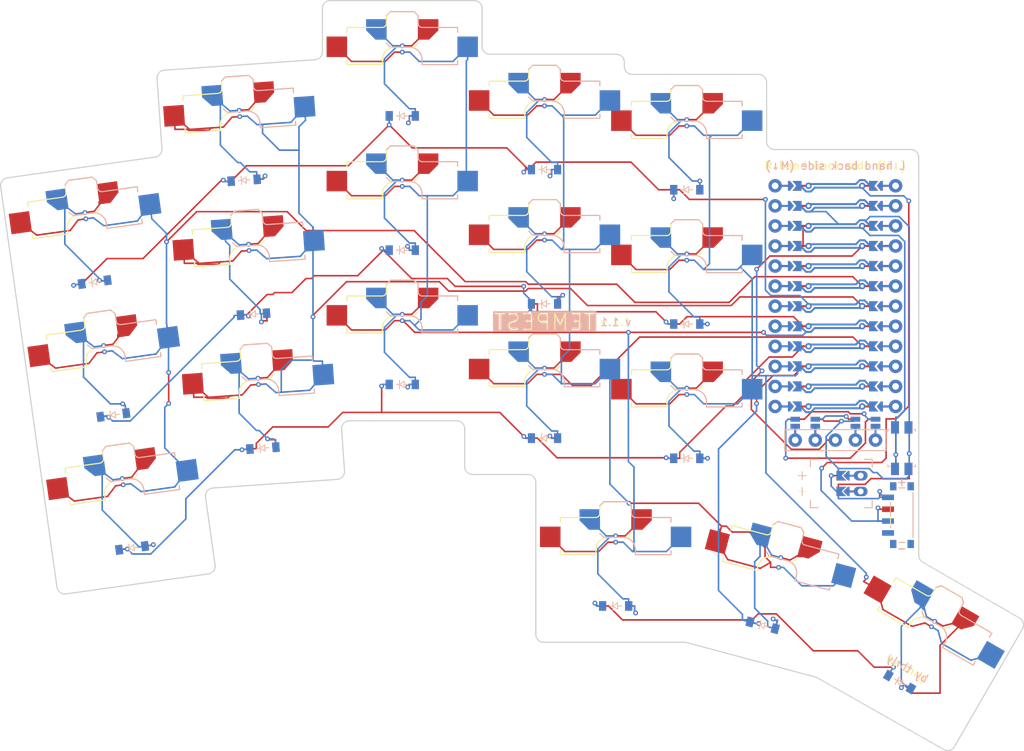
<source format=kicad_pcb>
(kicad_pcb (version 20241229) (generator "pcbnew") (generator_version "9.0")
  (title_block (title "tempest-pcb") (date "2025-05-01") (rev "1.1") (company "oliver thurley"))
  (layers (0 "F.Cu" signal) (2 "B.Cu" signal) (13 "F.Paste" user) (15 "B.Paste" user) (5 "F.SilkS" user "F.Silkscreen") (7 "B.SilkS" user "B.Silkscreen") (1 "F.Mask" user) (3 "B.Mask" user) (25 "Edge.Cuts" user))
  (net 0 "")
  (net 1 "pinky_bottom")
  (net 2 "col_pinky")
  (net 3 "GND")
  (net 4 "pinky_home")
  (net 5 "pinky_top")
  (net 6 "ring_bottom")
  (net 7 "col_ring")
  (net 8 "ring_home")
  (net 9 "ring_top")
  (net 10 "middle_bottom")
  (net 11 "col_middle")
  (net 12 "middle_home")
  (net 13 "middle_top")
  (net 14 "index_bottom")
  (net 15 "col_index")
  (net 16 "index_home")
  (net 17 "index_top")
  (net 18 "inner_bottom")
  (net 19 "col_inner")
  (net 20 "inner_home")
  (net 21 "inner_top")
  (net 22 "near_thumb-cluster")
  (net 23 "mid_thumb-cluster")
  (net 24 "far_thumb-cluster")
  (net 25 "row_bottom")
  (net 26 "row_home")
  (net 27 "row_top")
  (net 28 "row_thumb")
  (net 29 "RAW")
  (net 30 "RST")
  (net 31 "VCC")
  (net 32 "P21")
  (net 33 "P16")
  (net 34 "P10")
  (net 35 "P1")
  (net 36 "P0")
  (net 37 "P2")
  (net 38 "P3")
  (net 39 "P8")
  (net 40 "P9")
  (net 41 "MCU1_24")
  (net 42 "MCU1_1")
  (net 43 "MCU1_23")
  (net 44 "MCU1_2")
  (net 45 "MCU1_22")
  (net 46 "MCU1_3")
  (net 47 "MCU1_21")
  (net 48 "MCU1_4")
  (net 49 "MCU1_20")
  (net 50 "MCU1_5")
  (net 51 "MCU1_19")
  (net 52 "MCU1_6")
  (net 53 "MCU1_18")
  (net 54 "MCU1_7")
  (net 55 "MCU1_17")
  (net 56 "MCU1_8")
  (net 57 "MCU1_16")
  (net 58 "MCU1_9")
  (net 59 "MCU1_15")
  (net 60 "MCU1_10")
  (net 61 "MCU1_14")
  (net 62 "MCU1_11")
  (net 63 "MCU1_13")
  (net 64 "MCU1_12")
  (net 65 "MOSI")
  (net 66 "SCK")
  (net 67 "CS")
  (net 68 "DISP1_1")
  (net 69 "DISP1_2")
  (net 70 "DISP1_4")
  (net 71 "DISP1_5")
  (net 72 "BAT_P")
  (net 73 "JST1_1")
  (net 74 "JST1_2")
  (footprint "ceoloide:reset_switch_smd_side" (layer "F.Cu") (at 148.075 86.7 -90)
    (property "Reference" "RST1" (hide yes))
    (property "Value" "")
  )
  (footprint "ceoloide:mounting_hole_npth" (layer "F.Cu") (at 111.521 54.9406)
    (property "Reference" "MH2" (hide yes))
    (property "Value" "")
  )
  (footprint "ceoloide:diode_tht_sod123" (layer "F.Cu") (at 102.881 85.4406)
    (property "Reference" "D10" (hide yes))
    (property "Value" "")
  )
  (footprint "ceoloide:mcu_nice_nano" (layer "F.Cu") (at 139.681 66.1906)
    (property "Reference" "MCU1" (hide yes))
    (property "Value" "")
  )
  (footprint "ceoloide:diode_tht_sod123" (layer "F.Cu") (at 102.881 51.4406)
    (property "Reference" "D12" (hide yes))
    (property "Value" "")
  )
  (footprint "ceoloide:mounting_hole_npth" (layer "F.Cu") (at 141.0453 108.3467 -15)
    (property "Reference" "MH3" (hide yes))
    (property "Value" "")
  )
  (footprint "ceoloide:display_nice_view" (layer "F.Cu") (at 139.681 68.9906)
    (property "Reference" "DISP1" (hide yes))
    (property "Value" "")
  )
  (footprint "ceoloide:diode_tht_sod123" (layer "F.Cu") (at 102.881 68.4406)
    (property "Reference" "D11" (hide yes))
    (property "Value" "")
  )
  (footprint "ceoloide:diode_tht_sod123" (layer "F.Cu") (at 120.881 53.9906)
    (property "Reference" "D15" (hide yes))
    (property "Value" "")
  )
  (footprint "ceoloide:diode_tht_sod123" (layer "F.Cu") (at 120.881 87.9906)
    (property "Reference" "D13" (hide yes))
    (property "Value" "")
  )
  (footprint "ceoloide:diode_tht_sod123" (layer "F.Cu") (at 84.881 44.6406)
    (property "Reference" "D9" (hide yes))
    (property "Value" "")
  )
  (footprint "ceoloide:mounting_hole_npth" (layer "F.Cu") (at 106.881 91.0406)
    (property "Reference" "MH4" (hide yes))
    (property "Value" "")
  )
  (footprint "ceoloide:diode_tht_sod123" (layer "F.Cu") (at 67.2492 86.7024 4)
    (property "Reference" "D4" (hide yes))
    (property "Value" "")
  )
  (footprint "ceoloide:diode_tht_sod123" (layer "F.Cu") (at 111.881 106.6906)
    (property "Reference" "D16" (hide yes))
    (property "Value" "")
  )
  (footprint "ceoloide:diode_tht_sod123" (layer "F.Cu") (at 50.6959 99.3413 8)
    (property "Reference" "D1" (hide yes))
    (property "Value" "")
  )
  (footprint "ceoloide:diode_tht_sod123" (layer "F.Cu") (at 84.881 61.6406)
    (property "Reference" "D8" (hide yes))
    (property "Value" "")
  )
  (footprint "ceoloide:diode_tht_sod123" (layer "F.Cu") (at 84.881 78.6406)
    (property "Reference" "D7" (hide yes))
    (property "Value" "")
  )
  (footprint "ceoloide:power_switch_smd_side" (layer "F.Cu") (at 148.081 95.1906)
    (property "Reference" "PWR1" (hide yes))
    (property "Value" "")
  )
  (footprint "ceoloide:mounting_hole_npth" (layer "F.Cu") (at 74.881 47.6406)
    (property "Reference" "MH1" (hide yes))
    (property "Value" "")
  )
  (footprint "ceoloide:diode_tht_sod123" (layer "F.Cu") (at 120.881 70.9906)
    (property "Reference" "D14" (hide yes))
    (property "Value" "")
  )
  (footprint "ceoloide:diode_tht_sod123" (layer "F.Cu") (at 48.3299 82.5068 8)
    (property "Reference" "D2" (hide yes))
    (property "Value" "")
  )
  (footprint "ceoloide:diode_tht_sod123" (layer "F.Cu") (at 66.0633 69.7438 4)
    (property "Reference" "D5" (hide yes))
    (property "Value" "")
  )
  (footprint "ceoloide:diode_tht_sod123" (layer "F.Cu") (at 45.964 65.6722 8)
    (property "Reference" "D3" (hide yes))
    (property "Value" "")
  )
  (footprint "ceoloide:battery_connector_jst_ph_2" (layer "F.Cu") (at 142.881 91.1906 -90)
    (property "Reference" "JST1" (hide yes))
    (property "Value" "")
  )
  (footprint "ceoloide:mounting_hole_npth" (layer "F.Cu") (at 57.6837 84.6647 4)
    (property "Reference" "MH5" (hide yes))
    (property "Value" "")
  )
  (footprint "ceoloide:diode_tht_sod123" (layer "F.Cu") (at 130.4802 109.1393 -15)
    (property "Reference" "D17" (hide yes))
    (property "Value" "")
  )
  (footprint "ceoloide:diode_tht_sod123" (layer "F.Cu") (at 147.8119 116.3183 -30)
    (property "Reference" "D18" (hide yes))
    (property "Value" "")
  )
  (footprint "ceoloide:diode_tht_sod123" (layer "F.Cu") (at 64.8775 52.7852 4)
    (property "Reference" "D6" (hide yes))
    (property "Value" "")
  )
  (footprint "ceoloide:switch_choc_v1_v2" (layer "B.Cu") (at 111.881 101.6906)
    (property "Reference" "S16" (hide yes))
    (property "Value" "")
  )
  (footprint "ceoloide:switch_choc_v1_v2" (layer "B.Cu") (at 45.2681 60.7209 8)
    (property "Reference" "S3" (hide yes))
    (property "Value" "")
  )
  (footprint "ceoloide:switch_choc_v1_v2" (layer "B.Cu") (at 120.881 65.9906)
    (property "Reference" "S14" (hide yes))
    (property "Value" "")
  )
  (footprint "ceoloide:switch_choc_v1_v2" (layer "B.Cu") (at 84.881 39.6406)
    (property "Reference" "S9" (hide yes))
    (property "Value" "")
  )
  (footprint "ceoloide:switch_choc_v1_v2" (layer "B.Cu") (at 102.881 80.4406)
    (property "Reference" "S10" (hide yes))
    (property "Value" "")
  )
  (footprint "ceoloide:switch_choc_v1_v2" (layer "B.Cu") (at 84.881 56.6406)
    (property "Reference" "S8" (hide yes))
    (property "Value" "")
  )
  (footprint "ceoloide:switch_choc_v1_v2" (layer "B.Cu") (at 64.5287 47.7974 4)
    (property "Reference" "S6" (hide yes))
    (property "Value" "")
  )
  (footprint "ceoloide:switch_choc_v1_v2" (layer "B.Cu") (at 65.7145 64.756 4)
    (property "Reference" "S5" (hide yes))
    (property "Value" "")
  )
  (footprint "ceoloide:switch_choc_v1_v2" (layer "B.Cu") (at 120.881 48.9906)
    (property "Reference" "S15" (hide yes))
    (property "Value" "")
  )
  (footprint "ceoloide:switch_choc_v1_v2" (layer "B.Cu") (at 102.881 63.4406)
    (property "Reference" "S11" (hide yes))
    (property "Value" "")
  )
  (footprint "ceoloide:switch_choc_v1_v2" (layer "B.Cu") (at 50 94.39 8)
    (property "Reference" "S1" (hide yes))
    (property "Value" "")
  )
  (footprint "ceoloide:switch_choc_v1_v2" (layer "B.Cu") (at 47.6341 77.5554 8)
    (property "Reference" "S2" (hide yes))
    (property "Value" "")
  )
  (footprint "ceoloide:switch_choc_v1_v2" (layer "B.Cu") (at 120.881 82.9906)
    (property "Reference" "S13" (hide yes))
    (property "Value" "")
  )
  (footprint "ceoloide:switch_choc_v1_v2" (layer "B.Cu") (at 102.881 46.4406)
    (property "Reference" "S12" (hide yes))
    (property "Value" "")
  )
  (footprint "ceoloide:switch_choc_v1_v2" (layer "B.Cu") (at 66.9004 81.7146 4)
    (property "Reference" "S4" (hide yes))
    (property "Value" "")
  )
  (footprint "ceoloide:switch_choc_v1_v2" (layer "B.Cu") (at 84.881 73.6406)
    (property "Reference" "S7" (hide yes))
    (property "Value" "")
  )
  (footprint "ceoloide:switch_choc_v1_v2" (layer "B.Cu") (at 150.3119 111.9882 -30)
    (property "Reference" "S18" (hide yes))
    (property "Value" "")
  )
  (footprint "ceoloide:switch_choc_v1_v2" (layer "B.Cu") (at 131.7743 104.3096 -15)
    (property "Reference" "S17" (hide yes))
    (property "Value" "")
  )
  (gr_arc (start 150.730985 101.145006) (mid 150.364972 100.778977) (end 150.230985 100.278981) (stroke (width 0.15)) (layer "Edge.Cuts"))
  (gr_line (start 153.395697 124.861078) (end 137.439314 115.79962) (stroke (width 0.15)) (layer "Edge.Cuts"))
  (gr_arc (start 137.204316 115.70326) (mid 137.324887 115.743948) (end 137.439314 115.79962) (stroke (width 0.15)) (layer "Edge.Cuts"))
  (gr_line (start 162.99271 108.224316) (end 150.730985 101.145006) (stroke (width 0.15)) (layer "Edge.Cuts"))
  (gr_line (start 150.230985 100.278981) (end 150.230985 49.890633) (stroke (width 0.15)) (layer "Edge.Cuts"))
  (gr_line (start 78.204139 83.240633) (end 91.780985 83.240633) (stroke (width 0.15)) (layer "Edge.Cuts"))
  (gr_arc (start 34.069519 53.61023) (mid 34.26117 52.869266) (end 34.920614 52.480789) (stroke (width 0.15)) (layer "Edge.Cuts"))
  (gr_line (start 149.230985 48.890633) (end 131.980985 48.890633) (stroke (width 0.15)) (layer "Edge.Cuts"))
  (gr_arc (start 59.988963 92.893669) (mid 60.202088 92.125187) (end 60.909474 91.756931) (stroke (width 0.15)) (layer "Edge.Cuts"))
  (gr_arc (start 77.576155 89.595634) (mid 77.333167 90.32161) (end 76.647932 90.662983) (stroke (width 0.15)) (layer "Edge.Cuts"))
  (gr_line (start 73.850741 37.522081) (end 54.781062 38.848901) (stroke (width 0.15)) (layer "Edge.Cuts"))
  (gr_line (start 93.780985 90.040633) (end 100.780985 90.040633) (stroke (width 0.15)) (layer "Edge.Cuts"))
  (gr_line (start 129.980985 39.390633) (end 113.980985 39.390633) (stroke (width 0.15)) (layer "Edge.Cuts"))
  (gr_arc (start 42.324622 105.163047) (mid 41.583634 104.971414) (end 41.195181 104.311952) (stroke (width 0.15)) (layer "Edge.Cuts"))
  (gr_arc (start 113.980985 39.390633) (mid 113.273876 39.097736) (end 112.980985 38.390633) (stroke (width 0.15)) (layer "Edge.Cuts"))
  (gr_line (start 94.980984 35.840633) (end 94.980984 31.040633) (stroke (width 0.15)) (layer "Edge.Cuts"))
  (gr_line (start 112.980985 38.390633) (end 112.980985 37.840633) (stroke (width 0.15)) (layer "Edge.Cuts"))
  (gr_arc (start 102.780985 111.290633) (mid 102.073878 110.99774) (end 101.780985 110.290633) (stroke (width 0.15)) (layer "Edge.Cuts"))
  (gr_line (start 101.780985 110.290633) (end 101.780985 91.040633) (stroke (width 0.15)) (layer "Edge.Cuts"))
  (gr_line (start 53.615267 49.853425) (end 34.920614 52.480789) (stroke (width 0.15)) (layer "Edge.Cuts"))
  (gr_arc (start 162.99271 108.224316) (mid 163.458604 108.831518) (end 163.358735 109.590341) (stroke (width 0.15)) (layer "Edge.Cuts"))
  (gr_arc (start 53.852908 39.916245) (mid 54.095877 39.190299) (end 54.781062 38.848901) (stroke (width 0.15)) (layer "Edge.Cuts"))
  (gr_arc (start 93.780985 90.040633) (mid 93.073876 89.747736) (end 92.780985 89.040633) (stroke (width 0.15)) (layer "Edge.Cuts"))
  (gr_arc (start 111.980985 36.840633) (mid 112.688092 37.133526) (end 112.980985 37.840633) (stroke (width 0.15)) (layer "Edge.Cuts"))
  (gr_line (start 74.780985 36.524517) (end 74.780985 31.040633) (stroke (width 0.15)) (layer "Edge.Cuts"))
  (gr_line (start 53.852908 39.916245) (end 54.473658 48.793401) (stroke (width 0.15)) (layer "Edge.Cuts"))
  (gr_arc (start 129.980985 39.390633) (mid 130.688092 39.683526) (end 130.980985 40.390633) (stroke (width 0.15)) (layer "Edge.Cuts"))
  (gr_arc (start 120.604514 111.290633) (mid 120.73504 111.29919) (end 120.863333 111.324707) (stroke (width 0.15)) (layer "Edge.Cuts"))
  (gr_line (start 42.324622 105.163047) (end 60.347501 102.630096) (stroke (width 0.15)) (layer "Edge.Cuts"))
  (gr_arc (start 54.473658 48.793401) (mid 54.25324 49.492478) (end 53.615267 49.853425) (stroke (width 0.15)) (layer "Edge.Cuts"))
  (gr_arc (start 74.780985 31.040633) (mid 75.073878 30.333526) (end 75.780985 30.040633) (stroke (width 0.15)) (layer "Edge.Cuts"))
  (gr_arc (start 95.980984 36.840633) (mid 95.273877 36.54774) (end 94.980984 35.840633) (stroke (width 0.15)) (layer "Edge.Cuts"))
  (gr_line (start 93.980984 30.040633) (end 75.780985 30.040633) (stroke (width 0.15)) (layer "Edge.Cuts"))
  (gr_arc (start 91.780985 83.240633) (mid 92.48809 83.533523) (end 92.780985 84.240633) (stroke (width 0.15)) (layer "Edge.Cuts"))
  (gr_arc (start 77.206575 84.310389) (mid 77.472774 83.558625) (end 78.204139 83.240633) (stroke (width 0.15)) (layer "Edge.Cuts"))
  (gr_arc (start 74.780985 36.524517) (mid 74.512339 37.206516) (end 73.850741 37.522081) (stroke (width 0.15)) (layer "Edge.Cuts"))
  (gr_arc (start 149.230985 48.890633) (mid 149.938092 49.183526) (end 150.230985 49.890633) (stroke (width 0.15)) (layer "Edge.Cuts"))
  (gr_line (start 60.909474 91.756931) (end 76.647932 90.662983) (stroke (width 0.15)) (layer "Edge.Cuts"))
  (gr_line (start 102.780985 111.290633) (end 120.604514 111.290633) (stroke (width 0.15)) (layer "Edge.Cuts"))
  (gr_line (start 120.863333 111.324707) (end 137.204316 115.70326) (stroke (width 0.15)) (layer "Edge.Cuts"))
  (gr_line (start 61.198596 101.500655) (end 59.988963 92.893669) (stroke (width 0.15)) (layer "Edge.Cuts"))
  (gr_arc (start 154.755539 124.491512) (mid 154.15177 124.956513) (end 153.395697 124.861078) (stroke (width 0.15)) (layer "Edge.Cuts"))
  (gr_line (start 154.755539 124.491512) (end 163.358735 109.590341) (stroke (width 0.15)) (layer "Edge.Cuts"))
  (gr_line (start 77.576155 89.595634) (end 77.206575 84.310389) (stroke (width 0.15)) (layer "Edge.Cuts"))
  (gr_line (start 130.980985 47.890633) (end 130.980985 40.390633) (stroke (width 0.15)) (layer "Edge.Cuts"))
  (gr_arc (start 131.980985 48.890633) (mid 131.273876 48.597736) (end 130.980985 47.890633) (stroke (width 0.15)) (layer "Edge.Cuts"))
  (gr_line (start 111.980985 36.840633) (end 95.980984 36.840633) (stroke (width 0.15)) (layer "Edge.Cuts"))
  (gr_arc (start 61.198596 101.500655) (mid 61.006952 102.241633) (end 60.347501 102.630096) (stroke (width 0.15)) (layer "Edge.Cuts"))
  (gr_arc (start 100.780985 90.040633) (mid 101.48809 90.333523) (end 101.780985 91.040633) (stroke (width 0.15)) (layer "Edge.Cuts"))
  (gr_arc (start 93.980984 30.040633) (mid 94.688089 30.333523) (end 94.980984 31.040633) (stroke (width 0.15)) (layer "Edge.Cuts"))
  (gr_line (start 92.780985 84.240633) (end 92.780985 89.040633) (stroke (width 0.15)) (layer "Edge.Cuts"))
  (gr_line (start 34.069519 53.61023) (end 41.195181 104.311952) (stroke (width 0.15)) (layer "Edge.Cuts"))
  (gr_text "TEMPEST" (at 102.9 70.75 0) (layer "F.SilkS" knockout) (effects (font (size 2 2))))
  (gr_text "v 1.1" (at 111.9 70.75 0) (layer "F.SilkS") (effects (font (size 1 1))))
  (gr_text "by thrly" (at 148.811878 114.586236 -30) (layer "F.SilkS") (effects (font (size 1 1))))
  (gr_text "by thrly" (at 148.811878 114.586236 -30) (layer "B.SilkS") (effects (font (size 1 1)) (justify mirror)))
  (gr_text "v 1.1" (at 111.9 70.75 0) (layer "B.SilkS") (effects (font (size 1 1)) (justify mirror)))
  (gr_text "TEMPEST" (at 102.9 70.75 0) (layer "B.SilkS" knockout) (effects (font (size 2 2)) (justify mirror)))
  (segment (start 53.2595 98.9297) (end 53.1998 98.9894) (width 0.2) (layer "F.Cu") (net 1))
  (segment (start 52.415 88.0421) (end 50.649 90.3857) (width 0.2) (layer "F.Cu") (net 1))
  (segment (start 53.1998 98.9894) (end 52.3298 99.1117) (width 0.2) (layer "F.Cu") (net 1))
  (segment (start 50.649 90.3857) (end 49.4607 90.5527) (width 0.2) (layer "F.Cu") (net 1))
  (segment (start 53.3797 98.9297) (end 53.2595 98.9297) (width 0.2) (layer "F.Cu") (net 1))
  (via (at 49.4607 90.5527) (size 0.6) (drill 0.3) (layers "F.Cu" "B.Cu") (net 1))
  (via (at 53.3797 98.9297) (size 0.6) (drill 0.3) (layers "F.Cu" "B.Cu") (net 1))
  (segment (start 51.4599 99.234) (end 51.4599 99.0864) (width 0.2) (layer "B.Cu") (net 1))
  (segment (start 52.3298 99.1117) (end 53.1998 98.9894) (width 0.2) (layer "B.Cu") (net 1))
  (segment (start 46.9161 94.5426) (end 46.9161 89.6977) (width 0.2) (layer "B.Cu") (net 1))
  (segment (start 46.9161 89.6977) (end 48.2724 90.7197) (width 0.2) (layer "B.Cu") (net 1))
  (segment (start 45.9288 88.9537) (end 46.9161 89.6977) (width 0.2) (layer "B.Cu") (net 1))
  (segment (start 52.3298 99.1117) (end 51.4599 99.234) (width 0.2) (layer "B.Cu") (net 1))
  (segment (start 48.2724 90.7197) (end 49.4607 90.5527) (width 0.2) (layer "B.Cu") (net 1))
  (segment (start 53.1998 98.9894) (end 53.2595 98.9297) (width 0.2) (layer "B.Cu") (net 1))
  (segment (start 53.2595 98.9297) (end 53.3797 98.9297) (width 0.2) (layer "B.Cu") (net 1))
  (segment (start 51.4599 99.0864) (end 46.9161 94.5426) (width 0.2) (layer "B.Cu") (net 1))
  (segment (start 86.3754 59.1527) (end 92.8415 65.6188) (width 0.2) (layer "F.Cu") (net 2))
  (segment (start 92.8415 65.6188) (end 100.499 65.6188) (width 0.2) (layer "F.Cu") (net 2))
  (segment (start 55.0525 60.5836) (end 58.8728 56.7633) (width 0.2) (layer "F.Cu") (net 2))
  (segment (start 42.8712 59.1431) (end 43.8746 57.8115) (width 0.2) (layer "F.Cu") (net 2))
  (segment (start 38.6457 59.737) (end 42.8712 59.1431) (width 0.2) (layer "F.Cu") (net 2))
  (segment (start 126.247 68.2485) (end 129.495 65) (width 0.2) (layer "F.Cu") (net 2))
  (segment (start 47.6031 92.8122) (end 48.6065 91.4806) (width 0.2) (layer "F.Cu") (net 2))
  (segment (start 36.5517 58.159) (end 38.6457 59.737) (width 0.2) (layer "F.Cu") (net 2))
  (segment (start 72.7125 59.1527) (end 86.3754 59.1527) (width 0.2) (layer "F.Cu") (net 2))
  (segment (start 46.2406 74.6461) (end 47.2061 74.5104) (width 0.2) (layer "F.Cu") (net 2))
  (segment (start 114.318 68.2485) (end 126.247 68.2485) (width 0.2) (layer "F.Cu") (net 2))
  (segment (start 112.019 65.9491) (end 114.318 68.2485) (width 0.2) (layer "F.Cu") (net 2))
  (segment (start 58.8728 56.7633) (end 70.3231 56.7633) (width 0.2) (layer "F.Cu") (net 2))
  (segment (start 48.6065 91.4806) (end 49.572 91.3449) (width 0.2) (layer "F.Cu") (net 2))
  (segment (start 129.495 65) (end 141.89 65) (width 0.2) (layer "F.Cu") (net 2))
  (segment (start 43.8746 57.8115) (end 44.8402 57.6758) (width 0.2) (layer "F.Cu") (net 2))
  (segment (start 43.3776 93.4061) (end 47.6031 92.8122) (width 0.2) (layer "F.Cu") (net 2))
  (segment (start 100.83 65.9491) (end 112.019 65.9491) (width 0.2) (layer "F.Cu") (net 2))
  (segment (start 41.0117 76.5715) (end 45.2371 75.9777) (width 0.2) (layer "F.Cu") (net 2))
  (segment (start 141.89 65) (end 143.081 66.1906) (width 0.2) (layer "F.Cu") (net 2))
  (segment (start 100.499 65.6188) (end 100.83 65.9491) (width 0.2) (layer "F.Cu") (net 2))
  (segment (start 38.9177 74.9936) (end 41.0117 76.5715) (width 0.2) (layer "F.Cu") (net 2))
  (segment (start 41.2836 91.8282) (end 43.3776 93.4061) (width 0.2) (layer "F.Cu") (net 2))
  (segment (start 45.2371 75.9777) (end 46.2406 74.6461) (width 0.2) (layer "F.Cu") (net 2))
  (segment (start 55.325 77.125) (end 55.325 81.05) (width 0.2) (layer "F.Cu") (net 2))
  (segment (start 144.456 66.1906) (end 143.081 66.1906) (width 0.25) (layer "F.Cu") (net 2))
  (segment (start 70.3231 56.7633) (end 72.7125 59.1527) (width 0.2) (layer "F.Cu") (net 2))
  (via (at 55.0525 60.5836) (size 0.6) (drill 0.3) (layers "F.Cu" "B.Cu") (net 2))
  (via (at 55.325 81.05) (size 0.6) (drill 0.3) (layers "F.Cu" "B.Cu") (net 2))
  (via (at 55.325 77.125) (size 0.6) (drill 0.3) (layers "F.Cu" "B.Cu") (net 2))
  (via (at 47.2061 74.5104) (size 0.6) (drill 0.3) (layers "F.Cu" "B.Cu") (net 2))
  (via (at 49.572 91.3449) (size 0.6) (drill 0.3) (layers "F.Cu" "B.Cu") (net 2))
  (via (at 44.8402 57.6758) (size 0.6) (drill 0.3) (layers "F.Cu" "B.Cu") (net 2))
  (segment (start 55.3067 72.6902) (end 55.3067 77.1067) (width 0.2) (layer "B.Cu") (net 2))
  (segment (start 52.9407 55.8557) (end 51.3628 57.9497) (width 0.2) (layer "B.Cu") (net 2))
  (segment (start 48.1579 74.3766) (end 47.2061 74.5104) (width 0.2) (layer "B.Cu") (net 2))
  (segment (start 55.0525 59.5223) (end 55.0525 60.5836) (width 0.2) (layer "B.Cu") (net 2))
  (segment (start 54.8327 86.685) (end 57.6726 89.5248) (width 0.2) (layer "B.Cu") (net 2))
  (segment (start 55.0525 70.8812) (end 55.0524 70.8812) (width 0.2) (layer "B.Cu") (net 2))
  (segment (start 135.981 66.9156) (end 136.581 66.9156) (width 0.25) (layer "B.Cu") (net 2))
  (segment (start 54.8327 81.5423) (end 54.8327 86.685) (width 0.2) (layer "B.Cu") (net 2))
  (segment (start 50.5239 91.2112) (end 49.572 91.3449) (width 0.2) (layer "B.Cu") (net 2))
  (segment (start 45.792 57.542) (end 44.8402 57.6758) (width 0.2) (layer "B.Cu") (net 2))
  (segment (start 134.906 66.1906) (end 135.256 66.1906) (width 0.25) (layer "B.Cu") (net 2))
  (segment (start 55.325 81.05) (end 54.8327 81.5423) (width 0.2) (layer "B.Cu") (net 2))
  (segment (start 137.076 66.4206) (end 142.851 66.4206) (width 0.25) (layer "B.Cu") (net 2))
  (segment (start 51.8555 92.2146) (end 50.5239 91.2112) (width 0.2) (layer "B.Cu") (net 2))
  (segment (start 55.0524 70.8812) (end 55.3067 72.6902) (width 0.2) (layer "B.Cu") (net 2))
  (segment (start 55.3067 77.1067) (end 55.325 77.125) (width 0.2) (layer "B.Cu") (net 2))
  (segment (start 56.0946 91.6188) (end 51.8555 92.2146) (width 0.2) (layer "B.Cu") (net 2))
  (segment (start 55.3066 72.6903) (end 53.7287 74.7843) (width 0.2) (layer "B.Cu") (net 2))
  (segment (start 136.581 66.9156) (end 137.076 66.4206) (width 0.25) (layer "B.Cu") (net 2))
  (segment (start 55.0525 60.5836) (end 55.0525 70.8812) (width 0.2) (layer "B.Cu") (net 2))
  (segment (start 142.851 66.4206) (end 143.081 66.1906) (width 0.2) (layer "B.Cu") (net 2))
  (segment (start 53.7287 74.7843) (end 49.4895 75.38) (width 0.2) (layer "B.Cu") (net 2))
  (segment (start 51.3628 57.9497) (end 47.1236 58.5455) (width 0.2) (layer "B.Cu") (net 2))
  (segment (start 53.195 57.6648) (end 55.0525 59.5223) (width 0.2) (layer "B.Cu") (net 2))
  (segment (start 135.256 66.1906) (end 135.981 66.9156) (width 0.25) (layer "B.Cu") (net 2))
  (segment (start 49.4895 75.38) (end 48.1579 74.3766) (width 0.2) (layer "B.Cu") (net 2))
  (segment (start 52.9407 55.8557) (end 53.195 57.6648) (width 0.2) (layer "B.Cu") (net 2))
  (segment (start 47.1236 58.5455) (end 45.792 57.542) (width 0.2) (layer "B.Cu") (net 2))
  (segment (start 57.6726 89.5248) (end 56.0946 91.6188) (width 0.2) (layer "B.Cu") (net 2))
  (segment (start 138.284 83.2824) (end 140.451 83.2824) (width 0.2) (layer "F.Cu") (net 3))
  (segment (start 149.031 88.9764) (end 148.925 89.0824) (width 0.2) (layer "F.Cu") (net 3))
  (segment (start 134.906 58.5706) (end 135.594 58.5706) (width 0.25) (layer "F.Cu") (net 3))
  (segment (start 135.594 58.5706) (end 136.281 58.5706) (width 0.25) (layer "F.Cu") (net 3))
  (segment (start 138.043 83.0406) (end 138.284 83.2824) (width 0.2) (layer "F.Cu") (net 3))
  (segment (start 135.594 61.1106) (end 136.281 61.1106) (width 0.25) (layer "F.Cu") (net 3))
  (segment (start 144.184 90.564) (end 149.031 90.564) (width 0.2) (layer "F.Cu") (net 3))
  (segment (start 148.925 89.0824) (end 148.925 89.325) (width 0.2) (layer "F.Cu") (net 3))
  (segment (start 149.031 90.564) (end 149.031 88.9764) (width 0.2) (layer "F.Cu") (net 3))
  (segment (start 149.031 84.075) (end 149.031 87.3889) (width 0.2) (layer "F.Cu") (net 3))
  (segment (start 135.594 58.5706) (end 135.594 61.1106) (width 0.2) (layer "F.Cu") (net 3))
  (segment (start 140.065 91.2889) (end 143.459 91.2889) (width 0.2) (layer "F.Cu") (net 3))
  (segment (start 143.459 91.2889) (end 144.184 90.564) (width 0.2) (layer "F.Cu") (net 3))
  (segment (start 134.906 61.1106) (end 135.594 61.1106) (width 0.25) (layer "F.Cu") (net 3))
  (segment (start 149.031 88.9764) (end 149.031 87.3889) (width 0.2) (layer "F.Cu") (net 3))
  (segment (start 144.456 56.0306) (end 143.081 56.0306) (width 0.25) (layer "F.Cu") (net 3))
  (segment (start 140.065 92.1906) (end 140.065 91.2889) (width 0.2) (layer "F.Cu") (net 3))
  (segment (start 137.141 83.0406) (end 138.043 83.0406) (width 0.2) (layer "F.Cu") (net 3))
  (segment (start 148.925 84.075) (end 149.031 84.075) (width 0.2) (layer "F.Cu") (net 3))
  (segment (start 149.031 83.8656) (end 149.031 84.075) (width 0.2) (layer "F.Cu") (net 3))
  (via (at 149.031 87.3889) (size 0.6) (drill 0.3) (layers "F.Cu" "B.Cu") (net 3))
  (via (at 140.451 83.2824) (size 0.6) (drill 0.3) (layers "F.Cu" "B.Cu") (net 3))
  (segment (start 140.085 58.3506) (end 138.49 56.7556) (width 0.2) (layer "B.Cu") (net 3))
  (segment (start 140.468 83.2999) (end 141.962 83.2999) (width 0.2) (layer "B.Cu") (net 3))
  (segment (start 140.065 89.2889) (end 138.514 87.7381) (width 0.2) (layer "B.Cu") (net 3))
  (segment (start 142.276 60.8906) (end 136.501 60.8906) (width 0.25) (layer "B.Cu") (net 3))
  (segment (start 143.964 89.2889) (end 144.475 89.8) (width 0.2) (layer "B.Cu") (net 3))
  (segment (start 140.085 58.3506) (end 136.501 58.3506) (width 0.25) (layer "B.Cu") (net 3))
  (segment (start 145.744 90.594) (end 148.629 90.594) (width 0.2) (layer "B.Cu") (net 3))
  (segment (start 138.514 87.7381) (end 138.514 85.219) (width 0.2) (layer "B.Cu") (net 3))
  (segment (start 148.629 90.594) (end 149.031 90.1923) (width 0.2) (layer "B.Cu") (net 3))
  (segment (start 148.925 84.075) (end 149.031 84.075) (width 0.2) (layer "B.Cu") (net 3))
  (segment (start 136.501 58.3506) (end 136.281 58.5706) (width 0.2) (layer "B.Cu") (net 3))
  (segment (start 149.031 89.325) (end 149.031 87.3889) (width 0.2) (layer "B.Cu") (net 3))
  (segment (start 144.456 61.1106) (end 144.106 61.1106) (width 0.25) (layer "B.Cu") (net 3))
  (segment (start 144.456 58.5706) (end 144.106 58.5706) (width 0.25) (layer "B.Cu") (net 3))
  (segment (start 149.031 87.3889) (end 149.031 84.075) (width 0.2) (layer "B.Cu") (net 3))
  (segment (start 149.031 58.6685) (end 147.747 57.3841) (width 0.2) (layer "B.Cu") (net 3))
  (segment (start 140.451 83.2824) (end 140.468 83.2999) (width 0.2) (layer "B.Cu") (net 3))
  (segment (start 137.076 56.2606) (end 142.851 56.2606) (width 0.25) (layer "B.Cu") (net 3))
  (segment (start 144.106 61.1106) (end 143.381 60.3856) (width 0.25) (layer "B.Cu") (net 3))
  (segment (start 135.981 56.7556) (end 136.581 56.7556) (width 0.25) (layer "B.Cu") (net 3))
  (segment (start 134.906 56.0306) (end 135.256 56.0306) (width 0.25) (layer "B.Cu") (net 3))
  (segment (start 142.276 58.3506) (end 140.085 58.3506) (width 0.25) (layer "B.Cu") (net 3))
  (segment (start 136.501 60.8906) (end 136.281 61.1106) (width 0.2) (layer "B.Cu") (net 3))
  (segment (start 135.256 56.0306) (end 135.981 56.7556) (width 0.25) (layer "B.Cu") (net 3))
  (segment (start 142.781 57.8456) (end 142.276 58.3506) (width 0.25) (layer "B.Cu") (net 3))
  (segment (start 140.065 89.2889) (end 143.964 89.2889) (width 0.2) (layer "B.Cu") (net 3))
  (segment (start 136.581 56.7556) (end 137.076 56.2606) (width 0.25) (layer "B.Cu") (net 3))
  (segment (start 144.475 89.8) (end 144.95 89.8) (width 0.2) (layer "B.Cu") (net 3))
  (segment (start 140.065 90.1906) (end 140.065 89.2889) (width 0.2) (layer "B.Cu") (net 3))
  (segment (start 149.031 90.1923) (end 149.031 89.325) (width 0.2) (layer "B.Cu") (net 3))
  (segment (start 148.925 89.325) (end 149.031 89.325) (width 0.2) (layer "B.Cu") (net 3))
  (segment (start 138.514 85.219) (end 140.451 83.2824) (width 0.2) (layer "B.Cu") (net 3))
  (segment (start 147.747 57.3841) (end 144.068 57.3841) (width 0.2) (layer "B.Cu") (net 3))
  (segment (start 142.781 60.3856) (end 142.276 60.8906) (width 0.25) (layer "B.Cu") (net 3))
  (segment (start 144.106 58.5706) (end 143.494 57.9581) (width 0.25) (layer "B.Cu") (net 3))
  (segment (start 142.851 56.2606) (end 143.081 56.0306) (width 0.2) (layer "B.Cu") (net 3))
  (segment (start 144.068 57.3841) (end 143.494 57.9581) (width 0.2) (layer "B.Cu") (net 3))
  (segment (start 143.494 57.9581) (end 143.381 57.8456) (width 0.25) (layer "B.Cu") (net 3))
  (segment (start 149.031 84.075) (end 149.031 58.6685) (width 0.2) (layer "B.Cu") (net 3))
  (segment (start 141.962 83.2999) (end 142.221 83.0406) (width 0.2) (layer "B.Cu") (net 3))
  (segment (start 143.381 60.3856) (end 142.781 60.3856) (width 0.25) (layer "B.Cu") (net 3))
  (segment (start 138.49 56.7556) (end 136.581 56.7556) (width 0.2) (layer "B.Cu") (net 3))
  (segment (start 143.381 57.8456) (end 142.781 57.8456) (width 0.25) (layer "B.Cu") (net 3))
  (segment (start 144.95 89.8) (end 145.744 90.594) (width 0.2) (layer "B.Cu") (net 3))
  (segment (start 49.8236 81.2796) (end 49.6844 81.2796) (width 0.2) (layer "F.Cu") (net 4))
  (segment (start 49.9638 82.2772) (end 49.8236 81.2796) (width 0.2) (layer "F.Cu") (net 4))
  (segment (start 48.8929 72.3637) (end 48.8929 72.7419) (width 0.2) (layer "F.Cu") (net 4))
  (segment (start 50.0491 71.2075) (end 48.8929 72.3637) (width 0.2) (layer "F.Cu") (net 4))
  (segment (start 50.0491 71.2076) (end 48.8929 72.7419) (width 0.2) (layer "F.Cu") (net 4))
  (segment (start 49.6844 81.2796) (end 49.5079 81.1031) (width 0.2) (layer "F.Cu") (net 4))
  (segment (start 48.8929 72.7419) (end 48.2831 73.5511) (width 0.2) (layer "F.Cu") (net 4))
  (segment (start 48.2831 73.5511) (end 47.0948 73.7182) (width 0.2) (layer "F.Cu") (net 4))
  (via (at 49.5079 81.1031) (size 0.6) (drill 0.3) (layers "F.Cu" "B.Cu") (net 4))
  (via (at 47.0948 73.7182) (size 0.6) (drill 0.3) (layers "F.Cu" "B.Cu") (net 4))
  (segment (start 49.9638 82.2772) (end 49.8236 81.2796) (width 0.2) (layer "B.Cu") (net 4))
  (segment (start 44.5502 77.698) (end 44.5502 72.8632) (width 0.2) (layer "B.Cu") (net 4))
  (segment (start 44.5502 72.8632) (end 45.9064 73.8852) (width 0.2) (layer "B.Cu") (net 4))
  (segment (start 49.5962 81.1913) (end 49.5961 81.1913) (width 0.2) (layer "B.Cu") (net 4))
  (segment (start 49.6845 81.2796) (end 49.5962 81.1913) (width 0.2) (layer "B.Cu") (net 4))
  (segment (start 44.307 72.8632) (end 44.5502 72.8632) (width 0.2) (layer "B.Cu") (net 4))
  (segment (start 47.9553 81.1031) (end 44.5502 77.698) (width 0.2) (layer "B.Cu") (net 4))
  (segment (start 43.5629 72.1191) (end 44.307 72.8632) (width 0.2) (layer "B.Cu") (net 4))
  (segment (start 49.5079 81.1031) (end 47.9553 81.1031) (width 0.2) (layer "B.Cu") (net 4))
  (segment (start 49.8236 81.2796) (end 49.6845 81.2796) (width 0.2) (layer "B.Cu") (net 4))
  (segment (start 45.9064 73.8852) (end 47.0948 73.7182) (width 0.2) (layer "B.Cu") (net 4))
  (segment (start 49.5961 81.1913) (end 49.5079 81.1031) (width 0.2) (layer "B.Cu") (net 4))
  (segment (start 43.5628 72.1191) (end 44.5502 72.8632) (width 0.2) (layer "B.Cu") (net 4))
  (segment (start 46.5269 55.5292) (end 46.5269 55.9074) (width 0.2) (layer "F.Cu") (net 5))
  (segment (start 45.9171 56.7166) (end 44.7288 56.8836) (width 0.2) (layer "F.Cu") (net 5))
  (segment (start 46.5269 55.9074) (end 45.9171 56.7166) (width 0.2) (layer "F.Cu") (net 5))
  (segment (start 47.6832 54.373) (end 46.5269 55.9074) (width 0.2) (layer "F.Cu") (net 5))
  (segment (start 46.728 65.5649) (end 46.728 65.5648) (width 0.2) (layer "F.Cu") (net 5))
  (segment (start 47.6831 54.373) (end 46.5269 55.5292) (width 0.2) (layer "F.Cu") (net 5))
  (segment (start 46.728 65.5648) (end 46.6164 65.4532) (width 0.2) (layer "F.Cu") (net 5))
  (segment (start 47.5979 65.4426) (end 46.728 65.5649) (width 0.2) (layer "F.Cu") (net 5))
  (segment (start 46.6164 65.4532) (end 46.5633 65.4532) (width 0.2) (layer "F.Cu") (net 5))
  (via (at 46.5633 65.4532) (size 0.6) (drill 0.3) (layers "F.Cu" "B.Cu") (net 5))
  (via (at 44.7288 56.8836) (size 0.6) (drill 0.3) (layers "F.Cu" "B.Cu") (net 5))
  (segment (start 46.5899 65.4266) (end 46.728 65.5648) (width 0.2) (layer "B.Cu") (net 5))
  (segment (start 46.5899 65.2701) (end 46.5899 65.4266) (width 0.2) (layer "B.Cu") (net 5))
  (segment (start 42.1842 56.0286) (end 43.5405 57.0506) (width 0.2) (layer "B.Cu") (net 5))
  (segment (start 46.728 65.5649) (end 47.5979 65.4426) (width 0.2) (layer "B.Cu") (net 5))
  (segment (start 41.1969 55.2846) (end 42.1842 56.0286) (width 0.2) (layer "B.Cu") (net 5))
  (segment (start 46.728 65.5648) (end 46.728 65.5649) (width 0.2) (layer "B.Cu") (net 5))
  (segment (start 42.1842 56.0286) (end 42.1842 60.8644) (width 0.2) (layer "B.Cu") (net 5))
  (segment (start 43.5405 57.0506) (end 44.7288 56.8836) (width 0.2) (layer "B.Cu") (net 5))
  (segment (start 46.5899 65.4266) (end 46.5633 65.4532) (width 0.2) (layer "B.Cu") (net 5))
  (segment (start 42.1842 60.8644) (end 46.5899 65.2701) (width 0.2) (layer "B.Cu") (net 5))
  (segment (start 67.9433 85.6354) (end 67.8424 85.5345) (width 0.2) (layer "F.Cu") (net 6))
  (segment (start 68.8952 86.5873) (end 68.8286 85.6354) (width 0.2) (layer "F.Cu") (net 6))
  (segment (start 67.8272 77.7653) (end 66.6301 77.849) (width 0.2) (layer "F.Cu") (net 6))
  (segment (start 69.7524 75.5506) (end 67.8272 77.7653) (width 0.2) (layer "F.Cu") (net 6))
  (segment (start 68.8286 85.6354) (end 67.9433 85.6354) (width 0.2) (layer "F.Cu") (net 6))
  (segment (start 67.8424 85.5345) (end 67.8408 85.5345) (width 0.2) (layer "F.Cu") (net 6))
  (via (at 66.6301 77.849) (size 0.6) (drill 0.3) (layers "F.Cu" "B.Cu") (net 6))
  (via (at 67.8408 85.5345) (size 0.6) (drill 0.3) (layers "F.Cu" "B.Cu") (net 6))
  (segment (start 66.437 84.4674) (end 66.7737 84.4674) (width 0.2) (layer "B.Cu") (net 6))
  (segment (start 68.8952 86.5873) (end 68.8286 85.6354) (width 0.2) (layer "B.Cu") (net 6))
  (segment (start 68.5643 85.5345) (end 67.8408 85.5345) (width 0.2) (layer "B.Cu") (net 6))
  (segment (start 64.2387 76.8945) (end 65.433 77.9327) (width 0.2) (layer "B.Cu") (net 6))
  (segment (start 68.6652 85.6354) (end 68.5643 85.5345) (width 0.2) (layer "B.Cu") (net 6))
  (segment (start 68.8286 85.6354) (end 68.6652 85.6354) (width 0.2) (layer "B.Cu") (net 6))
  (segment (start 63.2183 76.0075) (end 64.2387 76.8945) (width 0.2) (layer "B.Cu") (net 6))
  (segment (start 66.7737 84.4674) (end 67.8408 85.5345) (width 0.2) (layer "B.Cu") (net 6))
  (segment (start 64.2387 76.8945) (end 64.2387 82.2691) (width 0.2) (layer "B.Cu") (net 6))
  (segment (start 65.433 77.9327) (end 66.6301 77.849) (width 0.2) (layer "B.Cu") (net 6))
  (segment (start 64.2387 82.2691) (end 66.437 84.4674) (width 0.2) (layer "B.Cu") (net 6))
  (segment (start 59.1769 63.3125) (end 61.899 63.1221) (width 0.2) (layer "F.Cu") (net 7))
  (segment (start 61.899 63.1221) (end 63.4335 63.0148) (width 0.2) (layer "F.Cu") (net 7))
  (segment (start 63.4335 63.0148) (end 64.5274 61.7565) (width 0.2) (layer "F.Cu") (net 7))
  (segment (start 57.1981 61.5923) (end 59.1769 63.3125) (width 0.2) (layer "F.Cu") (net 7))
  (segment (start 56.0122 44.6338) (end 57.9911 46.3539) (width 0.2) (layer "F.Cu") (net 7))
  (segment (start 90.7604 66.8222) (end 100.499 66.8222) (width 0.2) (layer "F.Cu") (net 7))
  (segment (start 60.0935 80.2605) (end 60.2172 80.3842) (width 0.2) (layer "F.Cu") (net 7))
  (segment (start 144.456 68.7306) (end 143.081 68.7306) (width 0.25) (layer "F.Cu") (net 7))
  (segment (start 73.5882 70.0824) (end 73.5882 69.8798) (width 0.2) (layer "F.Cu") (net 7))
  (segment (start 56.0123 44.6338) (end 56.1319 46.3433) (width 0.2) (layer "F.Cu") (net 7))
  (segment (start 61.5955 63.4256) (end 61.899 63.1221) (width 0.2) (layer "F.Cu") (net 7))
  (segment (start 59.0313 63.4256) (end 61.5955 63.4256) (width 0.2) (layer "F.Cu") (net 7))
  (segment (start 56.1319 46.3433) (end 57.7218 46.3433) (width 0.2) (layer "F.Cu") (net 7))
  (segment (start 60.7131 46.1636) (end 62.2477 46.0563) (width 0.2) (layer "F.Cu") (net 7))
  (segment (start 60.3628 80.2711) (end 63.0849 80.0807) (width 0.2) (layer "F.Cu") (net 7))
  (segment (start 77.8378 65.6302) (end 89.5684 65.6302) (width 0.2) (layer "F.Cu") (net 7))
  (segment (start 64.6194 79.9734) (end 65.7133 78.7151) (width 0.2) (layer "F.Cu") (net 7))
  (segment (start 100.83 66.492) (end 106.165 66.492) (width 0.2) (layer "F.Cu") (net 7))
  (segment (start 58.9076 63.3019) (end 59.0313 63.4256) (width 0.2) (layer "F.Cu") (net 7))
  (segment (start 62.7814 80.3842) (end 63.0849 80.0807) (width 0.2) (layer "F.Cu") (net 7))
  (segment (start 100.499 66.8222) (end 100.83 66.492) (width 0.2) (layer "F.Cu") (net 7))
  (segment (start 62.2477 46.0563) (end 63.3415 44.7979) (width 0.2) (layer "F.Cu") (net 7))
  (segment (start 57.8455 46.467) (end 60.4097 46.467) (width 0.2) (layer "F.Cu") (net 7))
  (segment (start 108.323 68.6502) (end 126.51 68.6502) (width 0.2) (layer "F.Cu") (net 7))
  (segment (start 141.914 67.5633) (end 143.081 68.7306) (width 0.2) (layer "F.Cu") (net 7))
  (segment (start 64.5274 61.7565) (end 65.5 61.6885) (width 0.2) (layer "F.Cu") (net 7))
  (segment (start 60.2172 80.3842) (end 62.7814 80.3842) (width 0.2) (layer "F.Cu") (net 7))
  (segment (start 63.0849 80.0807) (end 64.6194 79.9734) (width 0.2) (layer "F.Cu") (net 7))
  (segment (start 57.3177 63.3019) (end 58.9076 63.3019) (width 0.2) (layer "F.Cu") (net 7))
  (segment (start 127.597 67.5633) (end 141.914 67.5633) (width 0.2) (layer "F.Cu") (net 7))
  (segment (start 106.165 66.492) (end 108.323 68.6502) (width 0.2) (layer "F.Cu") (net 7))
  (segment (start 58.384 78.551) (end 58.5036 80.2605) (width 0.2) (layer "F.Cu") (net 7))
  (segment (start 65.7133 78.7151) (end 66.6859 78.6471) (width 0.2) (layer "F.Cu") (net 7))
  (segment (start 89.5684 65.6302) (end 90.7604 66.8222) (width 0.2) (layer "F.Cu") (net 7))
  (segment (start 57.9911 46.3539) (end 60.7131 46.1636) (width 0.2) (layer "F.Cu") (net 7))
  (segment (start 58.384 78.5509) (end 60.3628 80.2711) (width 0.2) (layer "F.Cu") (net 7))
  (segment (start 126.51 68.6502) (end 127.597 67.5633) (width 0.2) (layer "F.Cu") (net 7))
  (segment (start 57.7218 46.3433) (end 57.8455 46.467) (width 0.2) (layer "F.Cu") (net 7))
  (segment (start 63.3415 44.7979) (end 64.3142 44.7299) (width 0.2) (layer "F.Cu") (net 7))
  (segment (start 57.1981 61.5924) (end 57.3177 63.3019) (width 0.2) (layer "F.Cu") (net 7))
  (segment (start 60.4097 46.467) (end 60.7131 46.1636) (width 0.2) (layer "F.Cu") (net 7))
  (segment (start 58.5036 80.2605) (end 60.0935 80.2605) (width 0.2) (layer "F.Cu") (net 7))
  (segment (start 73.5882 69.8798) (end 77.8378 65.6302) (width 0.2) (layer "F.Cu") (net 7))
  (via (at 66.6859 78.6471) (size 0.6) (drill 0.3) (layers "F.Cu" "B.Cu") (net 7))
  (via (at 65.5 61.6885) (size 0.6) (drill 0.3) (layers "F.Cu" "B.Cu") (net 7))
  (via (at 64.3142 44.7299) (size 0.6) (drill 0.3) (layers "F.Cu" "B.Cu") (net 7))
  (via (at 73.5882 70.0824) (size 0.6) (drill 0.3) (layers "F.Cu" "B.Cu") (net 7))
  (segment (start 66.5314 45.7567) (end 65.273 44.6628) (width 0.2) (layer "B.Cu") (net 7))
  (segment (start 73.5882 70.0824) (end 73.5882 58.7285) (width 0.2) (layer "B.Cu") (net 7))
  (segment (start 137.076 68.9606) (end 142.851 68.9606) (width 0.25) (layer "B.Cu") (net 7))
  (segment (start 71.9876 62.4167) (end 67.7172 62.7153) (width 0.2) (layer "B.Cu") (net 7))
  (segment (start 73.5881 58.7284) (end 73.5882 58.7284) (width 0.2) (layer "B.Cu") (net 7))
  (segment (start 69.5749 79.5377) (end 69.6583 79.6211) (width 0.2) (layer "B.Cu") (net 7))
  (segment (start 74.7741 75.687) (end 73.7114 75.687) (width 0.2) (layer "B.Cu") (net 7))
  (segment (start 67.2047 45.7096) (end 66.5314 45.7567) (width 0.2) (layer "B.Cu") (net 7))
  (segment (start 69.3463 48.9777) (end 67.2047 46.8361) (width 0.2) (layer "B.Cu") (net 7))
  (segment (start 72.5219 43.4793) (end 70.8018 45.4581) (width 0.2) (layer "B.Cu") (net 7))
  (segment (start 74.8936 77.3965) (end 73.1735 79.3753) (width 0.2) (layer "B.Cu") (net 7))
  (segment (start 135.256 68.7306) (end 135.981 69.4556) (width 0.25) (layer "B.Cu") (net 7))
  (segment (start 66.4589 61.6214) (end 65.5 61.6885) (width 0.2) (layer "B.Cu") (net 7))
  (segment (start 73.7078 60.4379) (end 71.9876 62.4167) (width 0.2) (layer "B.Cu") (net 7))
  (segment (start 135.981 69.4556) (end 136.581 69.4556) (width 0.25) (layer "B.Cu") (net 7))
  (segment (start 65.273 44.6628) (end 64.3142 44.7299) (width 0.2) (layer "B.Cu") (net 7))
  (segment (start 73.5882 58.7284) (end 73.5882 58.7285) (width 0.2) (layer "B.Cu") (net 7))
  (segment (start 73.1735 79.3753) (end 69.6583 79.6211) (width 0.2) (layer "B.Cu") (net 7))
  (segment (start 67.2047 46.8361) (end 67.2047 45.7096) (width 0.2) (layer "B.Cu") (net 7))
  (segment (start 71.8148 46.0156) (end 71.8148 48.9777) (width 0.2) (layer "B.Cu") (net 7))
  (segment (start 134.906 68.7306) (end 135.256 68.7306) (width 0.25) (layer "B.Cu") (net 7))
  (segment (start 70.8018 45.4581) (end 67.2047 45.7096) (width 0.2) (layer "B.Cu") (net 7))
  (segment (start 74.8937 77.3965) (end 74.7741 75.687) (width 0.2) (layer "B.Cu") (net 7))
  (segment (start 67.6447 78.58) (end 66.6859 78.6471) (width 0.2) (layer "B.Cu") (net 7))
  (segment (start 73.5882 75.5638) (end 73.5882 70.0824) (width 0.2) (layer "B.Cu") (net 7))
  (segment (start 68.9031 79.6739) (end 67.6447 78.58) (width 0.2) (layer "B.Cu") (net 7))
  (segment (start 136.581 69.4556) (end 137.076 68.9606) (width 0.25) (layer "B.Cu") (net 7))
  (segment (start 71.8148 48.9777) (end 71.8148 56.9551) (width 0.2) (layer "B.Cu") (net 7))
  (segment (start 73.7114 75.687) (end 73.5882 75.5638) (width 0.2) (layer "B.Cu") (net 7))
  (segment (start 67.7172 62.7153) (end 66.4589 61.6214) (width 0.2) (layer "B.Cu") (net 7))
  (segment (start 72.522 43.4793) (end 72.6416 45.1888) (width 0.2) (layer "B.Cu") (net 7))
  (segment (start 72.6416 45.1888) (end 71.8148 46.0156) (width 0.2) (layer "B.Cu") (net 7))
  (segment (start 142.851 68.9606) (end 143.081 68.7306) (width 0.2) (layer "B.Cu") (net 7))
  (segment (start 73.5882 75.5638) (end 70.7654 75.5638) (width 0.2) (layer "B.Cu") (net 7))
  (segment (start 73.5882 58.7285) (end 73.7078 60.4379) (width 0.2) (layer "B.Cu") (net 7))
  (segment (start 69.6583 79.6211) (end 68.9031 79.6739) (width 0.2) (layer "B.Cu") (net 7))
  (segment (start 70.7654 75.5638) (end 69.5749 76.7543) (width 0.2) (layer "B.Cu") (net 7))
  (segment (start 71.8148 48.9777) (end 69.3463 48.9777) (width 0.2) (layer "B.Cu") (net 7))
  (segment (start 69.5749 76.7543) (end 69.5749 79.5377) (width 0.2) (layer "B.Cu") (net 7))
  (segment (start 71.8148 56.9551) (end 73.5881 58.7284) (width 0.2) (layer "B.Cu") (net 7))
  (segment (start 67.2075 70.5806) (end 67.0562 70.7319) (width 0.2) (layer "F.Cu") (net 8))
  (segment (start 67.7759 70.5806) (end 67.2075 70.5806) (width 0.2) (layer "F.Cu") (net 8))
  (segment (start 68.5665 58.592) (end 66.6413 60.8067) (width 0.2) (layer "F.Cu") (net 8))
  (segment (start 67.7093 69.6287) (end 67.7759 70.5806) (width 0.2) (layer "F.Cu") (net 8))
  (segment (start 66.6413 60.8067) (end 65.4442 60.8904) (width 0.2) (layer "F.Cu") (net 8))
  (via (at 67.0562 70.7319) (size 0.6) (drill 0.3) (layers "F.Cu" "B.Cu") (net 8))
  (via (at 65.4442 60.8904) (size 0.6) (drill 0.3) (layers "F.Cu" "B.Cu") (net 8))
  (segment (start 63.0528 65.3105) (end 66.8965 69.1542) (width 0.2) (layer "B.Cu") (net 8))
  (segment (start 62.5153 60.5125) (end 63.0528 61.05) (width 0.2) (layer "B.Cu") (net 8))
  (segment (start 62.0325 59.0489) (end 62.5153 59.5317) (width 0.2) (layer "B.Cu") (net 8))
  (segment (start 67.0562 69.6744) (end 67.7093 69.6287) (width 0.2) (layer "B.Cu") (net 8))
  (segment (start 63.0528 61.05) (end 63.0528 65.3105) (width 0.2) (layer "B.Cu") (net 8))
  (segment (start 67.0562 69.6744) (end 67.0562 70.7319) (width 0.2) (layer "B.Cu") (net 8))
  (segment (start 64.2472 60.9741) (end 65.4442 60.8904) (width 0.2) (layer "B.Cu") (net 8))
  (segment (start 66.8965 69.1542) (end 66.8965 69.6856) (width 0.2) (layer "B.Cu") (net 8))
  (segment (start 66.8965 69.6856) (end 67.0562 69.6744) (width 0.2) (layer "B.Cu") (net 8))
  (segment (start 62.0324 59.0489) (end 62.0325 59.0489) (width 0.2) (layer "B.Cu") (net 8))
  (segment (start 62.0325 59.0489) (end 64.2472 60.9741) (width 0.2) (layer "B.Cu") (net 8))
  (segment (start 62.5153 59.5317) (end 62.5153 60.5125) (width 0.2) (layer "B.Cu") (net 8))
  (segment (start 65.4554 43.8481) (end 64.2584 43.9318) (width 0.2) (layer "F.Cu") (net 9))
  (segment (start 66.5235 52.6701) (end 67.3362 52.6132) (width 0.2) (layer "F.Cu") (net 9))
  (segment (start 67.3362 52.4252) (end 67.5206 52.2408) (width 0.2) (layer "F.Cu") (net 9))
  (segment (start 67.3806 41.6334) (end 65.4554 43.8481) (width 0.2) (layer "F.Cu") (net 9))
  (segment (start 67.3362 52.6132) (end 67.3362 52.4252) (width 0.2) (layer "F.Cu") (net 9))
  (segment (start 67.3807 41.6334) (end 67.3806 41.6334) (width 0.2) (layer "F.Cu") (net 9))
  (via (at 64.2584 43.9318) (size 0.6) (drill 0.3) (layers "F.Cu" "B.Cu") (net 9))
  (via (at 67.5206 52.2408) (size 0.6) (drill 0.3) (layers "F.Cu" "B.Cu") (net 9))
  (segment (start 64.0653 50.5502) (end 61.867 48.3519) (width 0.2) (layer "B.Cu") (net 9))
  (segment (start 64.4036 50.5502) (end 64.0653 50.5502) (width 0.2) (layer "B.Cu") (net 9))
  (segment (start 66.5235 52.6701) (end 67.3362 52.6132) (width 0.2) (layer "B.Cu") (net 9))
  (segment (start 61.867 48.3519) (end 61.867 42.9773) (width 0.2) (layer "B.Cu") (net 9))
  (segment (start 60.8466 42.0903) (end 61.867 42.9773) (width 0.2) (layer "B.Cu") (net 9))
  (segment (start 66.4569 51.7182) (end 65.5716 51.7182) (width 0.2) (layer "B.Cu") (net 9))
  (segment (start 67.3362 52.6132) (end 67.3362 52.4252) (width 0.2) (layer "B.Cu") (net 9))
  (segment (start 67.3362 52.4252) (end 67.5206 52.2408) (width 0.2) (layer "B.Cu") (net 9))
  (segment (start 66.5235 52.6701) (end 66.4569 51.7182) (width 0.2) (layer "B.Cu") (net 9))
  (segment (start 61.867 42.9773) (end 63.0613 44.0155) (width 0.2) (layer "B.Cu") (net 9))
  (segment (start 63.0613 44.0155) (end 64.2584 43.9318) (width 0.2) (layer "B.Cu") (net 9))
  (segment (start 65.5716 51.7182) (end 64.4036 50.5502) (width 0.2) (layer "B.Cu") (net 9))
  (segment (start 85.7793 78.6406) (end 85.7793 78.7706) (width 0.2) (layer "F.Cu") (net 10))
  (segment (start 88.156 67.6906) (end 86.081 69.7656) (width 0.2) (layer "F.Cu") (net 10))
  (segment (start 85.7793 78.7706) (end 85.5758 78.9741) (width 0.2) (layer "F.Cu") (net 10))
  (segment (start 86.081 69.7656) (end 84.881 69.7656) (width 0.2) (layer "F.Cu") (net 10))
  (segment (start 86.531 78.6406) (end 85.7793 78.6406) (width 0.2) (layer "F.Cu") (net 10))
  (via (at 85.5758 78.9741) (size 0.6) (drill 0.3) (layers "F.Cu" "B.Cu") (net 10))
  (via (at 84.881 69.7656) (size 0.6) (drill 0.3) (layers "F.Cu" "B.Cu") (net 10))
  (segment (start 83.681 69.7656) (end 84.2808 69.7656) (width 0.2) (layer "B.Cu") (net 10))
  (segment (start 82.6293 74.5733) (end 82.6293 71.4171) (width 0.2) (layer "B.Cu") (net 10))
  (segment (start 84.2808 69.7656) (end 84.881 69.7656) (width 0.2) (layer "B.Cu") (net 10))
  (segment (start 85.7949 77.7389) (end 82.6293 74.5733) (width 0.2) (layer "B.Cu") (net 10))
  (segment (start 81.606 67.6906) (end 83.681 69.7656) (width 0.2) (layer "B.Cu") (net 10))
  (segment (start 86.531 78.6406) (end 86.531 77.7389) (width 0.2) (layer "B.Cu") (net 10))
  (segment (start 85.7793 78.7706) (end 85.7793 78.6406) (width 0.2) (layer "B.Cu") (net 10))
  (segment (start 86.531 77.7389) (end 85.7949 77.7389) (width 0.2) (layer "B.Cu") (net 10))
  (segment (start 85.5758 78.9741) (end 85.7793 78.7706) (width 0.2) (layer "B.Cu") (net 10))
  (segment (start 85.7793 78.6406) (end 86.531 78.6406) (width 0.2) (layer "B.Cu") (net 10))
  (segment (start 82.6293 71.4171) (end 84.2808 69.7656) (width 0.2) (layer "B.Cu") (net 10))
  (segment (start 78.46 71.7446) (end 82.727 71.7446) (width 0.2) (layer "F.Cu") (net 11))
  (segment (start 110.906 98.6156) (end 111.881 98.6156) (width 0.2) (layer "F.Cu") (net 11))
  (segment (start 82.727 54.7446) (end 83.906 53.5656) (width 0.2) (layer "F.Cu") (net 11))
  (segment (start 78.46 37.7446) (end 82.727 37.7446) (width 0.2) (layer "F.Cu") (net 11))
  (segment (start 113.495 72.0446) (end 130.599 72.0446) (width 0.2) (layer "F.Cu") (net 11))
  (segment (start 82.727 71.7446) (end 83.906 70.5656) (width 0.2) (layer "F.Cu") (net 11))
  (segment (start 105.46 99.7946) (end 109.727 99.7946) (width 0.2) (layer "F.Cu") (net 11))
  (segment (start 76.606 35.8906) (end 78.46 37.7446) (width 0.2) (layer "F.Cu") (net 11))
  (segment (start 76.606 69.8906) (end 78.46 71.7446) (width 0.2) (layer "F.Cu") (net 11))
  (segment (start 144.456 71.2706) (end 143.081 71.2706) (width 0.25) (layer "F.Cu") (net 11))
  (segment (start 109.727 99.7946) (end 110.906 98.6156) (width 0.2) (layer "F.Cu") (net 11))
  (segment (start 82.727 37.7446) (end 83.906 36.5656) (width 0.2) (layer "F.Cu") (net 11))
  (segment (start 83.906 36.5656) (end 84.881 36.5656) (width 0.2) (layer "F.Cu") (net 11))
  (segment (start 78.46 54.7446) (end 82.727 54.7446) (width 0.2) (layer "F.Cu") (net 11))
  (segment (start 76.606 52.8906) (end 78.46 54.7446) (width 0.2) (layer "F.Cu") (net 11))
  (segment (start 84.881 70.5656) (end 84.9905 70.5656) (width 0.2) (layer "F.Cu") (net 11))
  (segment (start 83.906 70.5656) (end 84.881 70.5656) (width 0.2) (layer "F.Cu") (net 11))
  (segment (start 84.9905 70.5656) (end 86.4695 72.0446) (width 0.2) (layer "F.Cu") (net 11))
  (segment (start 83.906 53.5656) (end 84.881 53.5656) (width 0.2) (layer "F.Cu") (net 11))
  (segment (start 103.606 97.9406) (end 105.46 99.7946) (width 0.2) (layer "F.Cu") (net 11))
  (segment (start 86.4695 72.0446) (end 113.495 72.0446) (width 0.2) (layer "F.Cu") (net 11))
  (via (at 130.599 72.0446) (size 0.6) (drill 0.3) (layers "F.Cu" "B.Cu") (net 11))
  (via (at 113.495 72.0446) (size 0.6) (drill 0.3) (layers "F.Cu" "B.Cu") (net 11))
  (via (at 84.881 36.5656) (size 0.6) (drill 0.3) (layers "F.Cu" "B.Cu") (net 11))
  (via (at 84.881 70.5656) (size 0.6) (drill 0.3) (layers "F.Cu" "B.Cu") (net 11))
  (via (at 111.881 98.6156) (size 0.6) (drill 0.3) (layers "F.Cu" "B.Cu") (net 11))
  (via (at 84.881 53.5656) (size 0.6) (drill 0.3) (layers "F.Cu" "B.Cu") (net 11))
  (segment (start 87.2558 68.2408) (end 87.2558 70.3658) (width 0.2) (layer "B.Cu") (net 11))
  (segment (start 87.0211 71.7446) (end 86.449 71.1725) (width 0.2) (layer "B.Cu") (net 11))
  (segment (start 85.8422 53.5656) (end 84.881 53.5656) (width 0.2) (layer "B.Cu") (net 11))
  (segment (start 142.851 71.5006) (end 143.081 71.2706) (width 0.2) (layer "B.Cu") (net 11))
  (segment (start 93.156 69.8906) (end 91.302 71.7446) (width 0.2) (layer "B.Cu") (net 11))
  (segment (start 135.256 71.2706) (end 135.981 71.9956) (width 0.25) (layer "B.Cu") (net 11))
  (segment (start 88.0511 67.4455) (end 87.2558 68.2408) (width 0.2) (layer "B.Cu") (net 11))
  (segment (start 137.076 71.5006) (end 142.851 71.5006) (width 0.25) (layer "B.Cu") (net 11))
  (segment (start 134.906 71.2706) (end 135.256 71.2706) (width 0.25) (layer "B.Cu") (net 11))
  (segment (start 85.8422 70.5656) (end 84.881 70.5656) (width 0.2) (layer "B.Cu") (net 11))
  (segment (start 87.2557 70.3658) (end 86.449 71.1725) (width 0.2) (layer "B.Cu") (net 11))
  (segment (start 93.156 37.4923) (end 92.9913 37.657) (width 0.2) (layer "B.Cu") (net 11))
  (segment (start 114.2 89.1059) (end 113.495 88.4008) (width 0.2) (layer "B.Cu") (net 11))
  (segment (start 92.9913 37.657) (end 92.9913 53.0553) (width 0.2) (layer "B.Cu") (net 11))
  (segment (start 113.495 88.4008) (end 113.495 72.0446) (width 0.2) (layer "B.Cu") (net 11))
  (segment (start 87.0211 37.7446) (end 85.8422 36.5656) (width 0.2) (layer "B.Cu") (net 11))
  (segment (start 91.302 71.7446) (end 87.0211 71.7446) (width 0.2) (layer "B.Cu") (net 11))
  (segment (start 114.021 99.7946) (end 114.017 99.7906) (width 0.2) (layer "B.Cu") (net 11))
  (segment (start 87.2558 70.3658) (end 87.2557 70.3658) (width 0.2) (layer "B.Cu") (net 11))
  (segment (start 118.302 99.7946) (end 114.021 99.7946) (width 0.2) (layer "B.Cu") (net 11))
  (segment (start 87.0211 54.7446) (end 85.8422 53.5656) (width 0.2) (layer "B.Cu") (net 11))
  (segment (start 86.449 71.1725) (end 85.8422 70.5656) (width 0.2) (layer "B.Cu") (net 11))
  (segment (start 91.302 54.7446) (end 88.0511 54.7446) (width 0.2) (layer "B.Cu") (net 11))
  (segment (start 135.981 71.9956) (end 135.554 72.4223) (width 0.2) (layer "B.Cu") (net 11))
  (segment (start 93.156 35.8906) (end 91.302 37.7446) (width 0.2) (layer "B.Cu") (net 11))
  (segment (start 114.2 99.6073) (end 114.2 89.1059) (width 0.2) (layer "B.Cu") (net 11))
  (segment (start 88.0511 54.7446) (end 87.0211 54.7446) (width 0.2) (layer "B.Cu") (net 11))
  (segment (start 92.9913 53.0553) (end 91.302 54.7446) (width 0.2) (layer "B.Cu") (net 11))
  (segment (start 93.156 52.8906) (end 92.9913 53.0553) (width 0.2) (layer "B.Cu") (net 11))
  (segment (start 93.156 35.8906) (end 93.156 37.4923) (width 0.2) (layer "B.Cu") (net 11))
  (segment (start 120.156 97.9406) (end 118.302 99.7946) (width 0.2) (layer "B.Cu") (net 11))
  (segment (start 130.976 72.4223) (end 130.599 72.0446) (width 0.2) (layer "B.Cu") (net 11))
  (segment (start 88.0511 54.7446) (end 88.0511 67.4455) (width 0.2) (layer "B.Cu") (net 11))
  (segment (start 136.581 71.9956) (end 137.076 71.5006) (width 0.25) (layer "B.Cu") (net 11))
  (segment (start 112.842 98.6156) (end 111.881 98.6156) (width 0.2) (layer "B.Cu") (net 11))
  (segment (start 91.302 37.7446) (end 87.0211 37.7446) (width 0.2) (layer "B.Cu") (net 11))
  (segment (start 85.8422 36.5656) (end 84.881 36.5656) (width 0.2) (layer "B.Cu") (net 11))
  (segment (start 135.981 71.9956) (end 136.581 71.9956) (width 0.25) (layer "B.Cu") (net 11))
  (segment (start 114.017 99.7906) (end 114.2 99.6073) (width 0.2) (layer "B.Cu") (net 11))
  (segment (start 135.554 72.4223) (end 130.976 72.4223) (width 0.2) (layer "B.Cu") (net 11))
  (segment (start 114.017 99.7906) (end 112.842 98.6156) (width 0.2) (layer "B.Cu") (net 11))
  (segment (start 86.081 52.7656) (end 84.881 52.7656) (width 0.2) (layer "F.Cu") (net 12))
  (segment (start 88.156 50.6906) (end 86.081 52.7656) (width 0.2) (layer "F.Cu") (net 12))
  (segment (start 85.7793 61.3833) (end 85.5576 61.1616) (width 0.2) (layer "F.Cu") (net 12))
  (segment (start 86.531 61.6406) (end 85.7793 61.6406) (width 0.2) (layer "F.Cu") (net 12))
  (segment (start 85.7793 61.6406) (end 85.7793 61.3833) (width 0.2) (layer "F.Cu") (net 12))
  (via (at 84.881 52.7656) (size 0.6) (drill 0.3) (layers "F.Cu" "B.Cu") (net 12))
  (via (at 85.5576 61.1616) (size 0.6) (drill 0.3) (layers "F.Cu" "B.Cu") (net 12))
  (segment (start 84.2808 52.7656) (end 84.881 52.7656) (width 0.2) (layer "B.Cu") (net 12))
  (segment (start 82.6293 54.4171) (end 84.2808 52.7656) (width 0.2) (layer "B.Cu") (net 12))
  (segment (start 82.6293 57.5733) (end 82.6293 54.4171) (width 0.2) (layer "B.Cu") (net 12))
  (segment (start 81.606 50.6906) (end 83.681 52.7656) (width 0.2) (layer "B.Cu") (net 12))
  (segment (start 86.531 61.6406) (end 85.7793 61.6406) (width 0.2) (layer "B.Cu") (net 12))
  (segment (start 86.531 60.7389) (end 85.7949 60.7389) (width 0.2) (layer "B.Cu") (net 12))
  (segment (start 86.531 61.6406) (end 86.531 60.7389) (width 0.2) (layer "B.Cu") (net 12))
  (segment (start 85.7793 61.6406) (end 85.7793 61.3833) (width 0.2) (layer "B.Cu") (net 12))
  (segment (start 85.7793 61.3833) (end 85.5576 61.1616) (width 0.2) (layer "B.Cu") (net 12))
  (segment (start 83.681 52.7656) (end 84.2808 52.7656) (width 0.2) (layer "B.Cu") (net 12))
  (segment (start 85.7949 60.7389) (end 82.6293 57.5733) (width 0.2) (layer "B.Cu") (net 12))
  (segment (start 88.156 33.6906) (end 86.081 35.7656) (width 0.2) (layer "F.Cu") (net 13))
  (segment (start 86.081 35.7656) (end 84.881 35.7656) (width 0.2) (layer "F.Cu") (net 13))
  (segment (start 85.7793 45.3923) (end 85.649 45.5226) (width 0.2) (layer "F.Cu") (net 13))
  (segment (start 86.531 44.6406) (end 85.7793 44.6406) (width 0.2) (layer "F.Cu") (net 13))
  (segment (start 85.7793 44.6406) (end 85.7793 45.3923) (width 0.2) (layer "F.Cu") (net 13))
  (via (at 84.881 35.7656) (size 0.6) (drill 0.3) (layers "F.Cu" "B.Cu") (net 13))
  (via (at 85.649 45.5226) (size 0.6) (drill 0.3) (layers "F.Cu" "B.Cu") (net 13))
  (segment (start 86.531 44.6406) (end 86.531 43.7389) (width 0.2) (layer "B.Cu") (net 13))
  (segment (start 83.681 35.7656) (end 84.2808 35.7656) (width 0.2) (layer "B.Cu") (net 13))
  (segment (start 81.606 33.6906) (end 83.681 35.7656) (width 0.2) (layer "B.Cu") (net 13))
  (segment (start 86.531 43.7389) (end 85.7949 43.7389) (width 0.2) (layer "B.Cu") (net 13))
  (segment (start 82.6293 37.4171) (end 84.2808 35.7656) (width 0.2) (layer "B.Cu") (net 13))
  (segment (start 82.6293 40.5733) (end 82.6293 37.4171) (width 0.2) (layer "B.Cu") (net 13))
  (segment (start 84.2808 35.7656) (end 84.881 35.7656) (width 0.2) (layer "B.Cu") (net 13))
  (segment (start 86.531 44.6406) (end 85.7793 44.6406) (width 0.2) (layer "B.Cu") (net 13))
  (segment (start 85.7793 45.3923) (end 85.649 45.5226) (width 0.2) (layer "B.Cu") (net 13))
  (segment (start 85.7949 43.7389) (end 82.6293 40.5733) (width 0.2) (layer "B.Cu") (net 13))
  (segment (start 85.7793 44.6406) (end 85.7793 45.3923) (width 0.2) (layer "B.Cu") (net 13))
  (segment (start 104.531 85.4406) (end 103.779 85.4406) (width 0.2) (layer "F.Cu") (net 14))
  (segment (start 106.156 74.4906) (end 104.081 76.5656) (width 0.2) (layer "F.Cu") (net 14))
  (segment (start 104.081 76.5656) (end 102.881 76.5656) (width 0.2) (layer "F.Cu") (net 14))
  (segment (start 103.779 85.4406) (end 103.779 85.3882) (width 0.2) (layer "F.Cu") (net 14))
  (segment (start 103.779 85.3882) (end 103.56 85.1693) (width 0.2) (layer "F.Cu") (net 14))
  (via (at 103.56 85.1693) (size 0.6) (drill 0.3) (layers "F.Cu" "B.Cu") (net 14))
  (via (at 102.881 76.5656) (size 0.6) (drill 0.3) (layers "F.Cu" "B.Cu") (net 14))
  (segment (start 100.629 81.3733) (end 100.629 78.2171) (width 0.2) (layer "B.Cu") (net 14))
  (segment (start 102.281 76.5656) (end 102.881 76.5656) (width 0.2) (layer "B.Cu") (net 14))
  (segment (start 104.531 85.4406) (end 103.779 85.4406) (width 0.2) (layer "B.Cu") (net 14))
  (segment (start 104.531 85.4406) (end 104.531 84.5389) (width 0.2) (layer "B.Cu") (net 14))
  (segment (start 100.629 78.2171) (end 102.281 76.5656) (width 0.2) (layer "B.Cu") (net 14))
  (segment (start 103.779 85.3882) (end 103.56 85.1693) (width 0.2) (layer "B.Cu") (net 14))
  (segment (start 101.681 76.5656) (end 102.281 76.5656) (width 0.2) (layer "B.Cu") (net 14))
  (segment (start 99.606 74.4906) (end 101.681 76.5656) (width 0.2) (layer "B.Cu") (net 14))
  (segment (start 103.779 85.4406) (end 103.779 85.3882) (width 0.2) (layer "B.Cu") (net 14))
  (segment (start 103.795 84.5389) (end 100.629 81.3733) (width 0.2) (layer "B.Cu") (net 14))
  (segment (start 104.531 84.5389) (end 103.795 84.5389) (width 0.2) (layer "B.Cu") (net 14))
  (segment (start 125.1915 96.9034) (end 124.752 98.5457) (width 0.2) (layer "F.Cu") (net 15))
  (segment (start 114.9 72.6463) (end 141.917 72.6463) (width 0.2) (layer "F.Cu") (net 15))
  (segment (start 101.906 77.3656) (end 102.881 77.3656) (width 0.2) (layer "F.Cu") (net 15))
  (segment (start 125.884 96.584) (end 126.63 97.3295) (width 0.2) (layer "F.Cu") (net 15))
  (segment (start 130.785 99.3005) (end 130.785 100.463) (width 0.2) (layer "F.Cu") (net 15))
  (segment (start 96.46 61.5446) (end 100.727 61.5446) (width 0.2) (layer "F.Cu") (net 15))
  (segment (start 132.5 101.8) (end 131.489 101.8) (width 0.2) (layer "F.Cu") (net 15))
  (segment (start 94.606 59.6906) (end 96.46 61.5446) (width 0.2) (layer "F.Cu") (net 15))
  (segment (start 144.456 73.8106) (end 143.081 73.8106) (width 0.25) (layer "F.Cu") (net 15))
  (segment (start 94.606 42.6906) (end 96.46 44.5446) (width 0.2) (layer "F.Cu") (net 15))
  (segment (start 128.814 97.3295) (end 130.785 99.3005) (width 0.2) (layer "F.Cu") (net 15))
  (segment (start 131.489 101.8) (end 131.489 101.167) (width 0.2) (layer "F.Cu") (net 15))
  (segment (start 94.606 76.6906) (end 96.46 78.5446) (width 0.2) (layer "F.Cu") (net 15))
  (segment (start 102.881 77.3656) (end 105.006 77.3656) (width 0.2) (layer "F.Cu") (net 15))
  (segment (start 100.727 44.5446) (end 101.906 43.3656) (width 0.2) (layer "F.Cu") (net 15))
  (segment (start 101.906 43.3656) (end 102.881 43.3656) (width 0.2) (layer "F.Cu") (net 15))
  (segment (start 106.389 78.7484) (end 108.797 78.7484) (width 0.2) (layer "F.Cu") (net 15))
  (segment (start 100.727 78.5446) (end 101.906 77.3656) (width 0.2) (layer "F.Cu") (net 15))
  (segment (start 126.063 100.816) (end 130.184 101.921) (width 0.2) (layer "F.Cu") (net 15))
  (segment (start 125.278 96.584) (end 122.378 93.6847) (width 0.2) (layer "F.Cu") (net 15))
  (segment (start 124.7518 97.3431) (end 125.1915 96.9034) (width 0.2) (layer "F.Cu") (net 15))
  (segment (start 96.46 78.5446) (end 100.727 78.5446) (width 0.2) (layer "F.Cu") (net 15))
  (segment (start 141.917 72.6463) (end 143.081 73.8106) (width 0.2) (layer "F.Cu") (net 15))
  (segment (start 105.006 77.3656) (end 106.389 78.7484) (width 0.2) (layer "F.Cu") (net 15))
  (segment (start 124.752 98.5457) (end 126.063 100.816) (width 0.2) (layer "F.Cu") (net 15))
  (segment (start 130.785 100.463) (end 131.489 101.167) (width 0.2) (layer "F.Cu") (net 15))
  (segment (start 122.378 93.6847) (end 113.585 93.6847) (width 0.2) (layer "F.Cu") (net 15))
  (segment (start 101.906 60.3656) (end 102.881 60.3656) (width 0.2) (layer "F.Cu") (net 15))
  (segment (start 108.797 78.7484) (end 114.9 72.6463) (width 0.2) (layer "F.Cu") (net 15))
  (segment (start 124.7518 98.5457) (end 124.7518 97.3431) (width 0.2) (layer "F.Cu") (net 15))
  (segment (start 100.727 61.5446) (end 101.906 60.3656) (width 0.2) (layer "F.Cu") (net 15))
  (segment (start 130.184 101.921) (end 131.489 101.167) (width 0.2) (layer "F.Cu") (net 15))
  (segment (start 125.278 96.584) (end 125.277 96.584) (width 0.2) (layer "F.Cu") (net 15))
  (segment (start 126.63 97.3295) (end 128.814 97.3295) (width 0.2) (layer "F.Cu") (net 15))
  (segment (start 125.278 96.584) (end 125.884 96.584) (width 0.2) (layer "F.Cu") (net 15))
  (segment (start 125.277 96.584) (end 125.1915 96.9034) (width 0.2) (layer "F.Cu") (net 15))
  (segment (start 96.46 44.5446) (end 100.727 44.5446) (width 0.2) (layer "F.Cu") (net 15))
  (via (at 132.5 101.8) (size 0.6) (drill 0.3) (layers "F.Cu" "B.Cu") (net 15))
  (via (at 113.585 93.6847) (size 0.6) (drill 0.3) (layers "F.Cu" "B.Cu") (net 15))
  (via (at 102.881 43.3656) (size 0.6) (drill 0.3) (layers "F.Cu" "B.Cu") (net 15))
  (via (at 102.881 60.3656) (size 0.6) (drill 0.3) (layers "F.Cu" "B.Cu") (net 15))
  (via (at 102.881 77.3656) (size 0.6) (drill 0.3) (layers "F.Cu" "B.Cu") (net 15))
  (segment (start 105.017 61.5406) (end 103.842 60.3656) (width 0.2) (layer "B.Cu") (net 15))
  (segment (start 105.017 61.5406) (end 105.304 61.2535) (width 0.2) (layer "B.Cu") (net 15))
  (segment (start 140.7379 102.8291) (end 139.435 104.132) (width 0.2) (layer "B.Cu") (net 15))
  (segment (start 109.302 61.5446) (end 106.051 61.5446) (width 0.2) (layer "B.Cu") (net 15))
  (segment (start 106.051 61.5446) (end 106.051 74.2444) (width 0.2) (layer "B.Cu") (net 15))
  (segment (start 111.156 42.6906) (end 109.302 44.5446) (width 0.2) (layer "B.Cu") (net 15))
  (segment (start 109.302 78.5446) (end 105.021 78.5446) (width 0.2) (layer "B.Cu") (net 15))
  (segment (start 105.304 44.8277) (end 105.021 44.5446) (width 0.2) (layer "B.Cu") (net 15))
  (segment (start 106.051 61.5446) (end 105.021 61.5446) (width 0.2) (layer "B.Cu") (net 15))
  (segment (start 106.051 74.2444) (end 105.017 75.2784) (width 0.2) (layer "B.Cu") (net 15))
  (segment (start 135.432 104.132) (end 133.1 101.8) (width 0.2) (layer "B.Cu") (net 15))
  (segment (start 105.017 78.5406) (end 103.842 77.3656) (width 0.2) (layer "B.Cu") (net 15))
  (segment (start 105.021 61.5446) (end 105.017 61.5406) (width 0.2) (layer "B.Cu") (net 15))
  (segment (start 109.302 44.5446) (end 105.021 44.5446) (width 0.2) (layer "B.Cu") (net 15))
  (segment (start 103.842 60.3656) (end 102.881 60.3656) (width 0.2) (layer "B.Cu") (net 15))
  (segment (start 105.021 44.5446) (end 103.842 43.3656) (width 0.2) (layer "B.Cu") (net 15))
  (segment (start 111.156 91.2557) (end 113.585 93.6847) (width 0.2) (layer "B.Cu") (net 15))
  (segment (start 137.076 74.0406) (end 142.851 74.0406) (width 0.25) (layer "B.Cu") (net 15))
  (segment (start 111.156 76.6906) (end 109.302 78.5446) (width 0.2) (layer "B.Cu") (net 15))
  (segment (start 111.156 59.6906) (end 109.302 61.5446) (width 0.2) (layer "B.Cu") (net 15))
  (segment (start 133.1 101.8) (end 132.5 101.8) (width 0.2) (layer "B.Cu") (net 15))
  (segment (start 105.021 78.5446) (end 105.017 78.5406) (width 0.2) (layer "B.Cu") (net 15))
  (segment (start 134.906 73.8106) (end 135.256 73.8106) (width 0.25) (layer "B.Cu") (net 15))
  (segment (start 135.256 73.8106) (end 135.981 74.5356) (width 0.25) (layer "B.Cu") (net 15))
  (segment (start 142.851 74.0406) (end 143.081 73.8106) (width 0.2) (layer "B.Cu") (net 15))
  (segment (start 139.435 104.132) (end 135.432 104.132) (width 0.2) (layer "B.Cu") (net 15))
  (segment (start 105.017 75.2784) (end 105.017 78.5406) (width 0.2) (layer "B.Cu") (net 15))
  (segment (start 103.842 77.3656) (end 102.881 77.3656) (width 0.2) (layer "B.Cu") (net 15))
  (segment (start 105.304 61.2535) (end 105.304 44.8277) (width 0.2) (layer "B.Cu") (net 15))
  (segment (start 135.981 74.5356) (end 136.581 74.5356) (width 0.25) (layer "B.Cu") (net 15))
  (segment (start 103.842 43.3656) (end 102.881 43.3656) (width 0.2) (layer "B.Cu") (net 15))
  (segment (start 111.156 76.6906) (end 111.156 91.2557) (width 0.2) (layer "B.Cu") (net 15))
  (segment (start 136.581 74.5356) (end 137.076 74.0406) (width 0.25) (layer "B.Cu") (net 15))
  (segment (start 104.988 67.5389) (end 104.531 67.5389) (width 0.2) (layer "F.Cu") (net 16))
  (segment (start 104.531 67.5389) (end 104.531 68.4406) (width 0.2) (layer "F.Cu") (net 16))
  (segment (start 106.156 57.4906) (end 104.081 59.5656) (width 0.2) (layer "F.Cu") (net 16))
  (segment (start 104.081 59.5656) (end 102.881 59.5656) (width 0.2) (layer "F.Cu") (net 16))
  (segment (start 105.189 67.3373) (end 104.988 67.5389) (width 0.2) (layer "F.Cu") (net 16))
  (via (at 105.189 67.3373) (size 0.6) (drill 0.3) (layers "F.Cu" "B.Cu") (net 16))
  (via (at 102.881 59.5656) (size 0.6) (drill 0.3) (layers "F.Cu" "B.Cu") (net 16))
  (segment (start 100.629 64.3733) (end 100.629 61.2171) (width 0.2) (layer "B.Cu") (net 16))
  (segment (start 101.681 59.5656) (end 102.281 59.5656) (width 0.2) (layer "B.Cu") (net 16))
  (segment (start 100.629 61.2171) (end 102.281 59.5656) (width 0.2) (layer "B.Cu") (net 16))
  (segment (start 102.281 59.5656) (end 102.881 59.5656) (width 0.2) (layer "B.Cu") (net 16))
  (segment (start 104.531 67.9897) (end 104.531 67.5389) (width 0.2) (layer "B.Cu") (net 16))
  (segment (start 104.531 67.5389) (end 103.795 67.5389) (width 0.2) (layer "B.Cu") (net 16))
  (segment (start 104.531 67.9897) (end 104.537 67.9897) (width 0.2) (layer "B.Cu") (net 16))
  (segment (start 99.606 57.4906) (end 101.681 59.5656) (width 0.2) (layer "B.Cu") (net 16))
  (segment (start 104.537 67.9897) (end 105.189 67.3373) (width 0.2) (layer "B.Cu") (net 16))
  (segment (start 104.531 68.4406) (end 104.531 67.9897) (width 0.2) (layer "B.Cu") (net 16))
  (segment (start 103.795 67.5389) (end 100.629 64.3733) (width 0.2) (layer "B.Cu") (net 16))
  (segment (start 104.081 42.5656) (end 102.881 42.5656) (width 0.2) (layer "F.Cu") (net 17))
  (segment (start 104.531 51.4406) (end 103.779 51.4406) (width 0.2) (layer "F.Cu") (net 17))
  (segment (start 106.156 40.4906) (end 104.081 42.5656) (width 0.2) (layer "F.Cu") (net 17))
  (segment (start 103.779 51.4406) (end 103.779 52.0369) (width 0.2) (layer "F.Cu") (net 17))
  (segment (start 103.779 52.0369) (end 103.575 52.2408) (width 0.2) (layer "F.Cu") (net 17))
  (via (at 102.881 42.5656) (size 0.6) (drill 0.3) (layers "F.Cu" "B.Cu") (net 17))
  (via (at 103.575 52.2408) (size 0.6) (drill 0.3) (layers "F.Cu" "B.Cu") (net 17))
  (segment (start 104.531 51.4406) (end 104.531 50.5389) (width 0.2) (layer "B.Cu") (net 17))
  (segment (start 99.606 40.4906) (end 101.681 42.5656) (width 0.2) (layer "B.Cu") (net 17))
  (segment (start 104.531 50.5389) (end 103.795 50.5389) (width 0.2) (layer "B.Cu") (net 17))
  (segment (start 102.281 42.5656) (end 102.881 42.5656) (width 0.2) (layer "B.Cu") (net 17))
  (segment (start 103.795 50.5389) (end 100.629 47.3733) (width 0.2) (layer "B.Cu") (net 17))
  (segment (start 103.779 51.4406) (end 103.779 52.0369) (width 0.2) (layer "B.Cu") (net 17))
  (segment (start 101.681 42.5656) (end 102.281 42.5656) (width 0.2) (layer "B.Cu") (net 17))
  (segment (start 104.531 51.4406) (end 103.779 51.4406) (width 0.2) (layer "B.Cu") (net 17))
  (segment (start 100.629 44.2171) (end 102.281 42.5656) (width 0.2) (layer "B.Cu") (net 17))
  (segment (start 103.779 52.0369) (end 103.575 52.2408) (width 0.2) (layer "B.Cu") (net 17))
  (segment (start 100.629 47.3733) (end 100.629 44.2171) (width 0.2) (layer "B.Cu") (net 17))
  (segment (start 122.531 87.9906) (end 123.512 87.9906) (width 0.2) (layer "F.Cu") (net 18))
  (segment (start 122.081 79.1156) (end 120.881 79.1156) (width 0.2) (layer "F.Cu") (net 18))
  (segment (start 124.156 77.0406) (end 122.081 79.1156) (width 0.2) (layer "F.Cu") (net 18))
  (via (at 120.881 79.1156) (size 0.6) (drill 0.3) (layers "F.Cu" "B.Cu") (net 18))
  (via (at 123.512 87.9906) (size 0.6) (drill 0.3) (layers "F.Cu" "B.Cu") (net 18))
  (segment (start 117.606 77.0406) (end 119.681 79.1156) (width 0.2) (layer "B.Cu") (net 18))
  (segment (start 118.629 83.9233) (end 118.629 80.7671) (width 0.2) (layer "B.Cu") (net 18))
  (segment (start 122.531 87.9906) (end 122.531 87.0889) (width 0.2) (layer "B.Cu") (net 18))
  (segment (start 121.795 87.0889) (end 118.629 83.9233) (width 0.2) (layer "B.Cu") (net 18))
  (segment (start 119.681 79.1156) (end 120.281 79.1156) (width 0.2) (layer "B.Cu") (net 18))
  (segment (start 118.629 80.7671) (end 120.281 79.1156) (width 0.2) (layer "B.Cu") (net 18))
  (segment (start 122.531 87.9906) (end 123.512 87.9906) (width 0.2) (layer "B.Cu") (net 18))
  (segment (start 120.281 79.1156) (end 120.881 79.1156) (width 0.2) (layer "B.Cu") (net 18))
  (segment (start 122.531 87.0889) (end 121.795 87.0889) (width 0.2) (layer "B.Cu") (net 18))
  (segment (start 119.906 45.9156) (end 120.881 45.9156) (width 0.2) (layer "F.Cu") (net 19))
  (segment (start 149.394 109.269) (end 151.005 108.838) (width 0.2) (layer "F.Cu") (net 19))
  (segment (start 118.727 47.0946) (end 119.906 45.9156) (width 0.2) (layer "F.Cu") (net 19))
  (segment (start 145.02 105.0665) (end 145.02 105.53) (width 0.2) (layer "F.Cu") (net 19))
  (segment (start 143.596 103.035) (end 143.596 103.254) (width 0.2) (layer "F.Cu") (net 19))
  (segment (start 145.0205 105.066) (end 145.0205 104.6031) (width 0.2) (layer "F.Cu") (net 19))
  (segment (start 151.005 108.838) (end 151.849 109.325) (width 0.2) (layer "F.Cu") (net 19))
  (segment (start 145.02 105.53) (end 145.36 105.87) (width 0.2) (layer "F.Cu") (net 19))
  (segment (start 118.727 81.0946) (end 119.906 79.9156) (width 0.2) (layer "F.Cu") (net 19))
  (segment (start 114.46 47.0946) (end 118.727 47.0946) (width 0.2) (layer "F.Cu") (net 19))
  (segment (start 143.262 103.588) (end 145.02 104.603) (width 0.2) (layer "F.Cu") (net 19))
  (segment (start 145.02 104.603) (end 145.02 105.0665) (width 0.2) (layer "F.Cu") (net 19))
  (segment (start 145.02 105.0665) (end 145.0205 105.066) (width 0.2) (layer "F.Cu") (net 19))
  (segment (start 143.596 103.254) (end 143.262 103.588) (width 0.2) (layer "F.Cu") (net 19))
  (segment (start 114.46 81.0946) (end 118.727 81.0946) (width 0.2) (layer "F.Cu") (net 19))
  (segment (start 112.606 45.2406) (end 114.46 47.0946) (width 0.2) (layer "F.Cu") (net 19))
  (segment (start 114.46 64.0946) (end 118.727 64.0946) (width 0.2) (layer "F.Cu") (net 19))
  (segment (start 145.699 107.136) (end 149.394 109.269) (width 0.2) (layer "F.Cu") (net 19))
  (segment (start 145.36 105.87) (end 145.699 107.136) (width 0.2) (layer "F.Cu") (net 19))
  (segment (start 118.727 64.0946) (end 119.906 62.9156) (width 0.2) (layer "F.Cu") (net 19))
  (segment (start 112.606 79.2406) (end 114.46 81.0946) (width 0.2) (layer "F.Cu") (net 19))
  (segment (start 112.606 62.2406) (end 114.46 64.0946) (width 0.2) (layer "F.Cu") (net 19))
  (segment (start 144.456 76.3506) (end 143.081 76.3506) (width 0.25) (layer "F.Cu") (net 19))
  (segment (start 119.906 79.9156) (end 120.881 79.9156) (width 0.2) (layer "F.Cu") (net 19))
  (segment (start 145.021 104.603) (end 145.36 105.87) (width 0.2) (layer "F.Cu") (net 19))
  (segment (start 119.906 62.9156) (end 120.881 62.9156) (width 0.2) (layer "F.Cu") (net 19))
  (via (at 120.881 62.9156) (size 0.6) (drill 0.3) (layers "F.Cu" "B.Cu") (net 19))
  (via (at 120.881 79.9156) (size 0.6) (drill 0.3) (layers "F.Cu" "B.Cu") (net 19))
  (via (at 143.596 103.035) (size 0.6) (drill 0.3) (layers "F.Cu" "B.Cu") (net 19))
  (via (at 151.849 109.325) (size 0.6) (drill 0.3) (layers "F.Cu" "B.Cu") (net 19))
  (via (at 120.881 45.9156) (size 0.6) (drill 0.3) (layers "F.Cu" "B.Cu") (net 19))
  (segment (start 136.581 77.0756) (end 137.076 76.5806) (width 0.25) (layer "B.Cu") (net 19))
  (segment (start 127.302 81.0946) (end 123.021 81.0946) (width 0.2) (layer "B.Cu") (net 19))
  (segment (start 134.906 77.2773) (end 134.906 76.3506) (width 0.2) (layer "B.Cu") (net 19))
  (segment (start 143.596 102.554) (end 143.596 103.035) (width 0.2) (layer "B.Cu") (net 19))
  (segment (start 134.906 76.3506) (end 135.256 76.3506) (width 0.25) (layer "B.Cu") (net 19))
  (segment (start 127.302 47.0946) (end 124.051 47.0946) (width 0.2) (layer "B.Cu") (net 19))
  (segment (start 121.842 79.9156) (end 120.881 79.9156) (width 0.2) (layer "B.Cu") (net 19))
  (segment (start 123.021 47.0946) (end 121.842 45.9156) (width 0.2) (layer "B.Cu") (net 19))
  (segment (start 129.156 45.2406) (end 127.302 47.0946) (width 0.2) (layer "B.Cu") (net 19))
  (segment (start 135.256 76.3506) (end 135.981 77.0756) (width 0.25) (layer "B.Cu") (net 19))
  (segment (start 129.156 77.5357) (end 130.9 77.5357) (width 0.2) (layer "B.Cu") (net 19))
  (segment (start 123.017 64.0906) (end 121.842 62.9156) (width 0.2) (layer "B.Cu") (net 19))
  (segment (start 130.9 77.5357) (end 134.648 77.5357) (width 0.2) (layer "B.Cu") (net 19))
  (segment (start 127.302 64.0946) (end 123.021 64.0946) (width 0.2) (layer "B.Cu") (net 19))
  (segment (start 153.113 111.416) (end 152.682 109.806) (width 0.2) (layer "B.Cu") (net 19))
  (segment (start 129.156 79.2406) (end 127.302 81.0946) (width 0.2) (layer "B.Cu") (net 19))
  (segment (start 134.648 77.5357) (end 134.906 77.2773) (width 0.2) (layer "B.Cu") (net 19))
  (segment (start 156.821 113.557) (end 153.113 111.416) (width 0.2) (layer "B.Cu") (net 19))
  (segment (start 127.641 63.7558) (end 129.156 65.271) (width 0.2) (layer "B.Cu") (net 19))
  (segment (start 123.757 63.3503) (end 123.757 47.3883) (width 0.2) (layer "B.Cu") (net 19))
  (segment (start 129.156 62.2406) (end 127.641 63.7558) (width 0.2) (layer "B.Cu") (net 19))
  (segment (start 123.757 47.3883) (end 124.051 47.0946) (width 0.2) (layer "B.Cu") (net 19))
  (segment (start 142.851 76.5806) (end 143.081 76.3506) (width 0.2) (layer "B.Cu") (net 19))
  (segment (start 137.076 76.5806) (end 142.851 76.5806) (width 0.25) (layer "B.Cu") (net 19))
  (segment (start 159.353 112.878) (end 156.821 113.557) (width 0.2) (layer "B.Cu") (net 19))
  (segment (start 123.021 81.0946) (end 121.842 79.9156) (width 0.2) (layer "B.Cu") (net 19))
  (segment (start 127.641 63.7558) (end 127.302 64.0946) (width 0.2) (layer "B.Cu") (net 19))
  (segment (start 129.156 77.5357) (end 129.156 79.2406) (width 0.2) (layer "B.Cu") (net 19))
  (segment (start 130.9 89.8582) (end 143.596 102.554) (width 0.2) (layer "B.Cu") (net 19))
  (segment (start 123.017 64.0906) (end 123.757 63.3503) (width 0.2) (layer "B.Cu") (net 19))
  (segment (start 121.842 62.9156) (end 120.881 62.9156) (width 0.2) (layer "B.Cu") (net 19))
  (segment (start 123.021 64.0946) (end 123.017 64.0906) (width 0.2) (layer "B.Cu") (net 19))
  (segment (start 129.156 65.271) (end 129.156 77.5357) (width 0.2) (layer "B.Cu") (net 19))
  (segment (start 124.051 47.0946) (end 123.021 47.0946) (width 0.2) (layer "B.Cu") (net 19))
  (segment (start 152.682 109.806) (end 151.849 109.325) (width 0.2) (layer "B.Cu") (net 19))
  (segment (start 130.9 77.5357) (end 130.9 89.8582) (width 0.2) (layer "B.Cu") (net 19))
  (segment (start 135.981 77.0756) (end 136.581 77.0756) (width 0.25) (layer "B.Cu") (net 19))
  (segment (start 121.842 45.9156) (end 120.881 45.9156) (width 0.2) (layer "B.Cu") (net 19))
  (segment (start 122.531 70.9906) (end 123.489 70.9906) (width 0.2) (layer "F.Cu") (net 20))
  (segment (start 124.156 60.0406) (end 122.081 62.1156) (width 0.2) (layer "F.Cu") (net 20))
  (segment (start 122.081 62.1156) (end 120.881 62.1156) (width 0.2) (layer "F.Cu") (net 20))
  (via (at 123.489 70.9906) (size 0.6) (drill 0.3) (layers "F.Cu" "B.Cu") (net 20))
  (via (at 120.881 62.1156) (size 0.6) (drill 0.3) (layers "F.Cu" "B.Cu") (net 20))
  (segment (start 122.531 70.0889) (end 121.795 70.0889) (width 0.2) (layer "B.Cu") (net 20))
  (segment (start 122.531 70.9906) (end 123.489 70.9906) (width 0.2) (layer "B.Cu") (net 20))
  (segment (start 117.606 60.0406) (end 119.681 62.1156) (width 0.2) (layer "B.Cu") (net 20))
  (segment (start 122.531 70.9906) (end 122.531 70.0889) (width 0.2) (layer "B.Cu") (net 20))
  (segment (start 118.629 63.7671) (end 120.281 62.1156) (width 0.2) (layer "B.Cu") (net 20))
  (segment (start 118.629 66.9233) (end 118.629 63.7671) (width 0.2) (layer "B.Cu") (net 20))
  (segment (start 121.795 70.0889) (end 118.629 66.9233) (width 0.2) (layer "B.Cu") (net 20))
  (segment (start 120.281 62.1156) (end 120.881 62.1156) (width 0.2) (layer "B.Cu") (net 20))
  (segment (start 119.681 62.1156) (end 120.281 62.1156) (width 0.2) (layer "B.Cu") (net 20))
  (segment (start 122.081 45.1156) (end 120.881 45.1156) (width 0.2) (layer "F.Cu") (net 21))
  (segment (start 124.156 43.0406) (end 122.081 45.1156) (width 0.2) (layer "F.Cu") (net 21))
  (segment (start 122.531 53.9906) (end 122.531 52.8862) (width 0.2) (layer "F.Cu") (net 21))
  (via (at 122.531 52.8862) (size 0.6) (drill 0.3) (layers "F.Cu" "B.Cu") (net 21))
  (via (at 120.881 45.1156) (size 0.6) (drill 0.3) (layers "F.Cu" "B.Cu") (net 21))
  (segment (start 121.592 52.8862) (end 122.531 52.8862) (width 0.2) (layer "B.Cu") (net 21))
  (segment (start 120.281 45.1156) (end 118.629 46.7671) (width 0.2) (layer "B.Cu") (net 21))
  (segment (start 119.681 45.1156) (end 120.281 45.1156) (width 0.2) (layer "B.Cu") (net 21))
  (segment (start 120.281 45.1156) (end 120.881 45.1156) (width 0.2) (layer "B.Cu") (net 21))
  (segment (start 122.531 53.9906) (end 122.531 52.8862) (width 0.2) (layer "B.Cu") (net 21))
  (segment (start 117.606 43.0406) (end 119.681 45.1156) (width 0.2) (layer "B.Cu") (net 21))
  (segment (start 118.629 49.9233) (end 121.592 52.8862) (width 0.2) (layer "B.Cu") (net 21))
  (segment (start 118.629 46.7671) (end 118.629 49.9233) (width 0.2) (layer "B.Cu") (net 21))
  (segment (start 113.081 97.8156) (end 111.881 97.8156) (width 0.2) (layer "F.Cu") (net 22))
  (segment (start 113.5314 106.691) (end 113.531 106.6906) (width 0.2) (layer "F.Cu") (net 22))
  (segment (start 113.5314 106.691) (end 114.283 106.691) (width 0.2) (layer "F.Cu") (net 22))
  (segment (start 114.283 106.691) (end 114.283 107.442) (width 0.2) (layer "F.Cu") (net 22))
  (segment (start 114.283 107.442) (end 114.414 107.573) (width 0.2) (layer "F.Cu") (net 22))
  (segment (start 115.156 95.7406) (end 113.081 97.8156) (width 0.2) (layer "F.Cu") (net 22))
  (segment (start 113.531 106.691) (end 113.5314 106.691) (width 0.2) (layer "F.Cu") (net 22))
  (via (at 114.414 107.573) (size 0.6) (drill 0.3) (layers "F.Cu" "B.Cu") (net 22))
  (via (at 111.881 97.8156) (size 0.6) (drill 0.3) (layers "F.Cu" "B.Cu") (net 22))
  (segment (start 110.681 97.8156) (end 111.281 97.8156) (width 0.2) (layer "B.Cu") (net 22))
  (segment (start 112.795 105.789) (end 113.531 105.789) (width 0.2) (layer "B.Cu") (net 22))
  (segment (start 109.629 99.4671) (end 109.629 102.623) (width 0.2) (layer "B.Cu") (net 22))
  (segment (start 108.606 95.7406) (end 110.681 97.8156) (width 0.2) (layer "B.Cu") (net 22))
  (segment (start 113.531 106.691) (end 114.283 106.691) (width 0.2) (layer "B.Cu") (net 22))
  (segment (start 114.283 106.691) (end 114.283 107.442) (width 0.2) (layer "B.Cu") (net 22))
  (segment (start 113.531 106.6906) (end 113.531 106.691) (width 0.2) (layer "B.Cu") (net 22))
  (segment (start 113.531 105.789) (end 113.531 106.6906) (width 0.2) (layer "B.Cu") (net 22))
  (segment (start 109.629 102.623) (end 112.795 105.789) (width 0.2) (layer "B.Cu") (net 22))
  (segment (start 111.281 97.8156) (end 109.629 99.4671) (width 0.2) (layer "B.Cu") (net 22))
  (segment (start 114.283 107.442) (end 114.414 107.573) (width 0.2) (layer "B.Cu") (net 22))
  (segment (start 111.281 97.8156) (end 111.881 97.8156) (width 0.2) (layer "B.Cu") (net 22))
  (segment (start 136.478 99.41) (end 135.475 100.412) (width 0.2) (layer "F.Cu") (net 23))
  (segment (start 131.977 108.501) (end 131.809 108.332) (width 0.2) (layer "F.Cu") (net 23))
  (segment (start 135.475 100.412) (end 134.741 100.412) (width 0.2) (layer "F.Cu") (net 23))
  (segment (start 133.936 100.877) (end 134.7405 100.4123) (width 0.2) (layer "F.Cu") (net 23))
  (segment (start 132.777 100.567) (end 133.936 100.877) (width 0.2) (layer "F.Cu") (net 23))
  (segment (start 135.4754 100.4123) (end 134.7405 100.4123) (width 0.2) (layer "F.Cu") (net 23))
  (segment (start 136.4777 99.41) (end 135.4754 100.4123) (width 0.2) (layer "F.Cu") (net 23))
  (segment (start 132.36 108.501) (end 131.977 108.501) (width 0.2) (layer "F.Cu") (net 23))
  (segment (start 134.741 100.412) (end 136.478 99.41) (width 0.2) (layer "F.Cu") (net 23))
  (segment (start 132.074 109.566) (end 132.36 108.501) (width 0.2) (layer "F.Cu") (net 23))
  (segment (start 132.074 109.5664) (end 132.074 109.566) (width 0.2) (layer "F.Cu") (net 23))
  (segment (start 134.7405 100.4123) (end 134.741 100.412) (width 0.2) (layer "F.Cu") (net 23))
  (via (at 131.809 108.332) (size 0.6) (drill 0.3) (layers "F.Cu" "B.Cu") (net 23))
  (via (at 132.777 100.567) (size 0.6) (drill 0.3) (layers "F.Cu" "B.Cu") (net 23))
  (segment (start 132.2 100.412) (end 132.777 100.567) (width 0.2) (layer "B.Cu") (net 23))
  (segment (start 130.151 100.412) (end 130.151 98.3637) (width 0.2) (layer "B.Cu") (net 23))
  (segment (start 132.074 109.5664) (end 132.074 109.566) (width 0.2) (layer "B.Cu") (net 23))
  (segment (start 130.151 97.7147) (end 131.618 100.256) (width 0.2) (layer "B.Cu") (net 23))
  (segment (start 130.151 98.3637) (end 130.1509 98.3636) (width 0.2) (layer "B.Cu") (net 23))
  (segment (start 129.471 106.964) (end 129.471 101.092) (width 0.2) (layer "B.Cu") (net 23))
  (segment (start 131.114 108.607) (end 129.471 106.964) (width 0.2) (layer "B.Cu") (net 23))
  (segment (start 132.074 109.566) (end 131.114 109.309) (width 0.2) (layer "B.Cu") (net 23))
  (segment (start 130.1509 98.3636) (end 130.1509 97.7147) (width 0.2) (layer "B.Cu") (net 23))
  (segment (start 130.151 98.3637) (end 130.151 97.7147) (width 0.2) (layer "B.Cu") (net 23))
  (segment (start 131.114 109.309) (end 131.114 108.607) (width 0.2) (layer "B.Cu") (net 23))
  (segment (start 129.471 101.092) (end 130.151 100.412) (width 0.2) (layer "B.Cu") (net 23))
  (segment (start 132.36 108.501) (end 131.977 108.501) (width 0.2) (layer "B.Cu") (net 23))
  (segment (start 132.074 109.566) (end 132.36 108.501) (width 0.2) (layer "B.Cu") (net 23))
  (segment (start 131.977 108.501) (end 131.809 108.332) (width 0.2) (layer "B.Cu") (net 23))
  (segment (start 131.618 100.256) (end 132.2 100.412) (width 0.2) (layer "B.Cu") (net 23))
  (segment (start 156.1231 108.4728) (end 152.9281 111.6678) (width 0.2) (layer "F.Cu") (net 24))
  (segment (start 152.9281 111.6678) (end 152.9281 117.725) (width 0.2) (layer "F.Cu") (net 24))
  (segment (start 149.2408 117.1433) (end 149.241 117.1431) (width 0.2) (layer "F.Cu") (net 24))
  (segment (start 149.459 117.725) (end 148.381 116.647) (width 0.2) (layer "F.Cu") (net 24))
  (segment (start 153.289 109.232) (end 152.249 108.632) (width 0.2) (layer "F.Cu") (net 24))
  (segment (start 149.241 117.1431) (end 149.241 117.143) (width 0.2) (layer "F.Cu") (net 24))
  (segment (start 148.139 116.926) (end 148.03 117.035) (width 0.2) (layer "F.Cu") (net 24))
  (segment (start 148.381 116.647) (end 148.139 116.888) (width 0.2) (layer "F.Cu") (net 24))
  (segment (start 156.123 108.473) (end 153.289 109.232) (width 0.2) (layer "F.Cu") (net 24))
  (segment (start 149.241 117.143) (end 148.381 116.647) (width 0.2) (layer "F.Cu") (net 24))
  (segment (start 148.139 116.888) (end 148.139 116.926) (width 0.2) (layer "F.Cu") (net 24))
  (segment (start 152.9281 117.725) (end 149.459 117.725) (width 0.2) (layer "F.Cu") (net 24))
  (via (at 148.03 117.035) (size 0.6) (drill 0.3) (layers "F.Cu" "B.Cu") (net 24))
  (via (at 152.249 108.632) (size 0.6) (drill 0.3) (layers "F.Cu" "B.Cu") (net 24))
  (segment (start 148.381 116.647) (end 148.025 116.291) (width 0.2) (layer "B.Cu") (net 24))
  (segment (start 148.025 116.291) (end 148.025 109.284) (width 0.2) (layer "B.Cu") (net 24))
  (segment (start 150.4508 105.1978) (end 150.451 105.198) (width 0.2) (layer "B.Cu") (net 24))
  (segment (start 150.572 106.858) (end 150.848 107.134) (width 0.2) (layer "B.Cu") (net 24))
  (segment (start 149.241 117.143) (end 148.811 116.895) (width 0.2) (layer "B.Cu") (net 24))
  (segment (start 150.451 106.858) (end 150.451 105.198) (width 0.2) (layer "B.Cu") (net 24))
  (segment (start 150.4507 105.1978) (end 150.4508 105.1978) (width 0.2) (layer "B.Cu") (net 24))
  (segment (start 148.381 116.685) (end 148.381 116.647) (width 0.2) (layer "B.Cu") (net 24))
  (segment (start 148.03 117.035) (end 148.381 116.685) (width 0.2) (layer "B.Cu") (net 24))
  (segment (start 150.848 107.134) (end 150.97 107.134) (width 0.2) (layer "B.Cu") (net 24))
  (segment (start 151.21 108.032) (end 152.249 108.632) (width 0.2) (layer "B.Cu") (net 24))
  (segment (start 150.97 107.134) (end 151.21 108.032) (width 0.2) (layer "B.Cu") (net 24))
  (segment (start 148.811 116.895) (end 148.9925 116.895) (width 0.2) (layer "B.Cu") (net 24))
  (segment (start 148.9925 116.895) (end 149.2408 117.1433) (width 0.2) (layer "B.Cu") (net 24))
  (segment (start 150.451 105.198) (end 150.97 107.134) (width 0.2) (layer "B.Cu") (net 24))
  (segment (start 148.025 109.284) (end 150.451 106.858) (width 0.2) (layer "B.Cu") (net 24))
  (segment (start 150.451 106.858) (end 150.572 106.858) (width 0.2) (layer "B.Cu") (net 24))
  (segment (start 148.811 116.895) (end 148.381 116.647) (width 0.2) (layer "B.Cu") (net 24))
  (segment (start 125.851 81.3702) (end 119.983 87.2389) (width 0.2) (layer "F.Cu") (net 25))
  (segment (start 100.265 85.2261) (end 97.2204 82.1817) (width 0.2) (layer "F.Cu") (net 25))
  (segment (start 97.2204 82.1817) (end 82.2753 82.1817) (width 0.2) (layer "F.Cu") (net 25))
  (segment (start 82.2753 78.8446) (end 82.2753 82.1817) (width 0.2) (layer "F.Cu") (net 25))
  (segment (start 75.5052 84.0251) (end 68.4901 84.0251) (width 0.2) (layer "F.Cu") (net 25))
  (segment (start 101.231 85.4406) (end 101.983 85.4406) (width 0.2) (layer "F.Cu") (net 25))
  (segment (start 126.695 81.3702) (end 125.851 81.3702) (width 0.2) (layer "F.Cu") (net 25))
  (segment (start 49.9319 99.4486) (end 49.9319 99.4487) (width 0.2) (layer "F.Cu") (net 25))
  (segment (start 135.594 73.8106) (end 136.281 73.8106) (width 0.25) (layer "F.Cu") (net 25))
  (segment (start 134.906 73.8106) (end 135.594 73.8106) (width 0.25) (layer "F.Cu") (net 25))
  (segment (start 66.416 86.7606) (end 65.6032 86.8175) (width 0.2) (layer "F.Cu") (net 25))
  (segment (start 64.7486 86.9163) (end 64.6018 86.9163) (width 0.2) (layer "F.Cu") (net 25))
  (segment (start 66.416 86.0992) (end 66.416 86.7606) (width 0.2) (layer "F.Cu") (net 25))
  (segment (start 49.9319 99.4487) (end 49.957 99.4738) (width 0.2) (layer "F.Cu") (net 25))
  (segment (start 119.983 87.9906) (end 119.231 87.9906) (width 0.2) (layer "F.Cu") (net 25))
  (segment (start 65.6032 86.8175) (end 64.7905 86.8744) (width 0.2) (layer "F.Cu") (net 25))
  (segment (start 82.2753 82.1817) (end 77.3486 82.1817) (width 0.2) (layer "F.Cu") (net 25))
  (segment (start 49.957 99.4738) (end 50.0984 99.4738) (width 0.2) (layer "F.Cu") (net 25))
  (segment (start 100.265 85.2261) (end 100.479 85.4406) (width 0.2) (layer "F.Cu") (net 25))
  (segment (start 134.236 75.1682) (end 131.313 75.1682) (width 0.2) (layer "F.Cu") (net 25))
  (segment (start 68.4901 84.0251) (end 66.416 86.0992) (width 0.2) (layer "F.Cu") (net 25))
  (segment (start 64.7905 86.8744) (end 64.7486 86.9163) (width 0.2) (layer "F.Cu") (net 25))
  (segment (start 119.983 87.2389) (end 119.983 87.9906) (width 0.2) (layer "F.Cu") (net 25))
  (segment (start 49.062 99.5709) (end 49.9319 99.4486) (width 0.2) (layer "F.Cu") (net 25))
  (segment (start 77.3486 82.1817) (end 75.5052 84.0251) (width 0.2) (layer "F.Cu") (net 25))
  (segment (start 118.413 87.924) (end 118.277 87.924) (width 0.2) (layer "F.Cu") (net 25))
  (segment (start 82.4793 78.6406) (end 83.231 78.6406) (width 0.2) (layer "F.Cu") (net 25))
  (segment (start 82.2753 78.8446) (end 82.4793 78.6406) (width 0.2) (layer "F.Cu") (net 25))
  (segment (start 100.479 85.4406) (end 101.231 85.4406) (width 0.2) (layer "F.Cu") (net 25))
  (segment (start 104.466 87.924) (end 118.277 87.924) (width 0.2) (layer "F.Cu") (net 25))
  (segment (start 128.512 77.9688) (end 128.512 79.5525) (width 0.2) (layer "F.Cu") (net 25))
  (segment (start 131.313 75.1682) (end 128.512 77.9688) (width 0.2) (layer "F.Cu") (net 25))
  (segment (start 135.594 73.8106) (end 134.236 75.1682) (width 0.2) (layer "F.Cu") (net 25))
  (segment (start 119.231 87.9906) (end 118.479 87.9906) (width 0.2) (layer "F.Cu") (net 25))
  (segment (start 118.479 87.9906) (end 118.413 87.924) (width 0.2) (layer "F.Cu") (net 25))
  (segment (start 128.512 79.5525) (end 126.695 81.3702) (width 0.2) (layer "F.Cu") (net 25))
  (segment (start 101.983 85.4406) (end 104.466 87.924) (width 0.2) (layer "F.Cu") (net 25))
  (via (at 82.2753 78.8446) (size 0.6) (drill 0.3) (layers "F.Cu" "B.Cu") (net 25))
  (via (at 100.265 85.2261) (size 0.6) (drill 0.3) (layers "F.Cu" "B.Cu") (net 25))
  (via (at 64.6018 86.9163) (size 0.6) (drill 0.3) (layers "F.Cu" "B.Cu") (net 25))
  (via (at 50.0984 99.4738) (size 0.6) (drill 0.3) (layers "F.Cu" "B.Cu") (net 25))
  (via (at 118.277 87.924) (size 0.6) (drill 0.3) (layers "F.Cu" "B.Cu") (net 25))
  (segment (start 49.9319 99.4486) (end 49.9319 99.4487) (width 0.2) (layer "B.Cu") (net 25))
  (segment (start 82.4793 78.6406) (end 82.2753 78.8446) (width 0.2) (layer "B.Cu") (net 25))
  (segment (start 101.231 85.4406) (end 100.479 85.4406) (width 0.2) (layer "B.Cu") (net 25))
  (segment (start 64.6438 86.8743) (end 64.6018 86.9163) (width 0.2) (layer "B.Cu") (net 25))
  (segment (start 49.957 99.4738) (end 50.0984 99.4738) (width 0.2) (layer "B.Cu") (net 25))
  (segment (start 142.276 73.5906) (end 136.501 73.5906) (width 0.25) (layer "B.Cu") (net 25))
  (segment (start 100.479 85.4406) (end 100.265 85.2261) (width 0.2) (layer "B.Cu") (net 25))
  (segment (start 136.501 73.5906) (end 136.281 73.8106) (width 0.2) (layer "B.Cu") (net 25))
  (segment (start 64.7905 86.8743) (end 64.6438 86.8743) (width 0.2) (layer "B.Cu") (net 25))
  (segment (start 50.734 100.109) (end 53.0609 100.109) (width 0.2) (layer "B.Cu") (net 25))
  (segment (start 119.231 87.9906) (end 118.344 87.9906) (width 0.2) (layer "B.Cu") (net 25))
  (segment (start 142.781 73.0856) (end 142.276 73.5906) (width 0.25) (layer "B.Cu") (net 25))
  (segment (start 49.9319 99.4487) (end 49.957 99.4738) (width 0.2) (layer "B.Cu") (net 25))
  (segment (start 57.5 93.1) (end 63.6837 86.9163) (width 0.2) (layer "B.Cu") (net 25))
  (segment (start 57.5 95.6703) (end 57.5 93.1) (width 0.2) (layer "B.Cu") (net 25))
  (segment (start 65.6032 86.8175) (end 64.7905 86.8744) (width 0.2) (layer "B.Cu") (net 25))
  (segment (start 63.6837 86.9163) (end 64.6018 86.9163) (width 0.2) (layer "B.Cu") (net 25))
  (segment (start 144.106 73.8106) (end 143.381 73.0856) (width 0.25) (layer "B.Cu") (net 25))
  (segment (start 118.344 87.9906) (end 118.277 87.924) (width 0.2) (layer "B.Cu") (net 25))
  (segment (start 53.0609 100.109) (end 57.5 95.6703) (width 0.2) (layer "B.Cu") (net 25))
  (segment (start 143.381 73.0856) (end 142.781 73.0856) (width 0.25) (layer "B.Cu") (net 25))
  (segment (start 50.0984 99.4738) (end 50.734 100.109) (width 0.2) (layer "B.Cu") (net 25))
  (segment (start 144.456 73.8106) (end 144.106 73.8106) (width 0.25) (layer "B.Cu") (net 25))
  (segment (start 64.7905 86.8744) (end 64.7905 86.8743) (width 0.2) (layer "B.Cu") (net 25))
  (segment (start 49.062 99.5709) (end 49.9319 99.4486) (width 0.2) (layer "B.Cu") (net 25))
  (segment (start 83.231 78.6406) (end 82.4793 78.6406) (width 0.2) (layer "B.Cu") (net 25))
  (segment (start 47.5659 82.6142) (end 47.7474 82.7957) (width 0.2) (layer "F.Cu") (net 26))
  (segment (start 119.231 70.9906) (end 118.479 70.9906) (width 0.2) (layer "F.Cu") (net 26))
  (segment (start 67.7801 67.252) (end 65.2301 69.802) (width 0.2) (layer "F.Cu") (net 26))
  (segment (start 101.231 68.4406) (end 101.983 68.4406) (width 0.2) (layer "F.Cu") (net 26))
  (segment (start 82.2697 61.431) (end 82.4793 61.6406) (width 0.2) (layer "F.Cu") (net 26))
  (segment (start 90.5855 65.2285) (end 86.0672 65.2285) (width 0.2) (layer "F.Cu") (net 26))
  (segment (start 119.983 70.9906) (end 120.911 70.0625) (width 0.2) (layer "F.Cu") (net 26))
  (segment (start 82.4793 61.6406) (end 79.2464 64.8735) (width 0.2) (layer "F.Cu") (net 26))
  (segment (start 91.5775 66.2205) (end 90.5855 65.2285) (width 0.2) (layer "F.Cu") (net 26))
  (segment (start 47.5659 82.6141) (end 47.5659 82.6142) (width 0.2) (layer "F.Cu") (net 26))
  (segment (start 79.2464 64.8735) (end 73.7548 64.8735) (width 0.2) (layer "F.Cu") (net 26))
  (segment (start 118.479 70.9437) (end 118.264 70.7284) (width 0.2) (layer "F.Cu") (net 26))
  (segment (start 73.3998 65.2285) (end 72.7013 65.2285) (width 0.2) (layer "F.Cu") (net 26))
  (segment (start 65.2301 69.8021) (end 65.2301 69.802) (width 0.2) (layer "F.Cu") (net 26))
  (segment (start 119.231 70.9906) (end 119.983 70.9906) (width 0.2) (layer "F.Cu") (net 26))
  (segment (start 118.479 70.9906) (end 118.479 70.9437) (width 0.2) (layer "F.Cu") (net 26))
  (segment (start 101.983 68.4406) (end 101.983 69.4397) (width 0.2) (layer "F.Cu") (net 26))
  (segment (start 134.906 71.2706) (end 135.594 71.2706) (width 0.25) (layer "F.Cu") (net 26))
  (segment (start 100.25 66.2205) (end 91.5775 66.2205) (width 0.2) (layer "F.Cu") (net 26))
  (segment (start 118.264 70.7284) (end 116.975 69.4397) (width 0.2) (layer "F.Cu") (net 26))
  (segment (start 73.7548 64.8735) (end 73.3998 65.2285) (width 0.2) (layer "F.Cu") (net 26))
  (segment (start 120.911 70.0625) (end 134.385 70.0625) (width 0.2) (layer "F.Cu") (net 26))
  (segment (start 83.231 61.6406) (end 82.4793 61.6406) (width 0.2) (layer "F.Cu") (net 26))
  (segment (start 101.983 69.4397) (end 101.115 69.4397) (width 0.2) (layer "F.Cu") (net 26))
  (segment (start 116.975 69.4397) (end 101.983 69.4397) (width 0.2) (layer "F.Cu") (net 26))
  (segment (start 64.4173 69.8589) (end 65.2301 69.802) (width 0.2) (layer "F.Cu") (net 26))
  (segment (start 68.7447 67.0075) (end 68.5002 67.252) (width 0.2) (layer "F.Cu") (net 26))
  (segment (start 46.696 82.7364) (end 47.5659 82.6141) (width 0.2) (layer "F.Cu") (net 26))
  (segment (start 86.0672 65.2285) (end 82.4793 61.6406) (width 0.2) (layer "F.Cu") (net 26))
  (segment (start 70.9223 67.0075) (end 68.7447 67.0075) (width 0.2) (layer "F.Cu") (net 26))
  (segment (start 65.4138 69.9858) (end 65.2301 69.8021) (width 0.2) (layer "F.Cu") (net 26))
  (segment (start 101.115 69.4397) (end 101.007 69.5478) (width 0.2) (layer "F.Cu") (net 26))
  (segment (start 134.385 70.0625) (end 135.594 71.2706) (width 0.2) (layer "F.Cu") (net 26))
  (segment (start 68.5002 67.252) (end 67.7801 67.252) (width 0.2) (layer "F.Cu") (net 26))
  (segment (start 72.7013 65.2285) (end 70.9223 67.0075) (width 0.2) (layer "F.Cu") (net 26))
  (segment (start 135.594 71.2706) (end 136.281 71.2706) (width 0.25) (layer "F.Cu") (net 26))
  (via (at 101.007 69.5478) (size 0.6) (drill 0.3) (layers "F.Cu" "B.Cu") (net 26))
  (via (at 118.264 70.7284) (size 0.6) (drill 0.3) (layers "F.Cu" "B.Cu") (net 26))
  (via (at 65.4138 69.9858) (size 0.6) (drill 0.3) (layers "F.Cu" "B.Cu") (net 26))
  (via (at 47.7474 82.7957) (size 0.6) (drill 0.3) (layers "F.Cu" "B.Cu") (net 26))
  (via (at 100.25 66.2205) (size 0.6) (drill 0.3) (layers "F.Cu" "B.Cu") (net 26))
  (via (at 82.2697 61.431) (size 0.6) (drill 0.3) (layers "F.Cu" "B.Cu") (net 26))
  (segment (start 142.781 70.5456) (end 142.276 71.0506) (width 0.25) (layer "B.Cu") (net 26))
  (segment (start 143.381 70.5456) (end 142.781 70.5456) (width 0.25) (layer "B.Cu") (net 26))
  (segment (start 47.5659 82.6141) (end 47.5659 82.6142) (width 0.2) (layer "B.Cu") (net 26))
  (segment (start 100.25 67.0833) (end 100.25 66.2205) (width 0.2) (layer "B.Cu") (net 26))
  (segment (start 144.106 71.2706) (end 143.381 70.5456) (width 0.25) (layer "B.Cu") (net 26))
  (segment (start 83.231 61.6406) (end 82.4793 61.6406) (width 0.2) (layer "B.Cu") (net 26))
  (segment (start 64.4173 69.8589) (end 65.2301 69.802) (width 0.2) (layer "B.Cu") (net 26))
  (segment (start 119.231 70.9906) (end 118.479 70.9906) (width 0.2) (layer "B.Cu") (net 26))
  (segment (start 101.213 69.3423) (end 101.231 69.3423) (width 0.2) (layer "B.Cu") (net 26))
  (segment (start 101.007 67.8404) (end 100.25 67.0833) (width 0.2) (layer "B.Cu") (net 26))
  (segment (start 50.4601 83.2728) (end 48.2245 83.2728) (width 0.2) (layer "B.Cu") (net 26))
  (segment (start 144.456 71.2706) (end 144.106 71.2706) (width 0.25) (layer "B.Cu") (net 26))
  (segment (start 63.6046 70.1283) (end 50.4601 83.2728) (width 0.2) (layer "B.Cu") (net 26))
  (segment (start 48.2245 83.2728) (end 47.7474 82.7957) (width 0.2) (layer "B.Cu") (net 26))
  (segment (start 64.4173 69.8589) (end 63.6046 69.9158) (width 0.2) (layer "B.Cu") (net 26))
  (segment (start 101.007 69.5478) (end 101.213 69.3423) (width 0.2) (layer "B.Cu") (net 26))
  (segment (start 47.5659 82.6142) (end 47.7474 82.7957) (width 0.2) (layer "B.Cu") (net 26))
  (segment (start 101.007 69.5478) (end 101.007 67.8404) (width 0.2) (layer "B.Cu") (net 26))
  (segment (start 142.276 71.0506) (end 136.501 71.0506) (width 0.25) (layer "B.Cu") (net 26))
  (segment (start 63.6046 69.9158) (end 63.6046 70.1283) (width 0.2) (layer "B.Cu") (net 26))
  (segment (start 101.231 69.3423) (end 101.231 68.4406) (width 0.2) (layer "B.Cu") (net 26))
  (segment (start 46.696 82.7364) (end 47.5659 82.6141) (width 0.2) (layer "B.Cu") (net 26))
  (segment (start 82.4793 61.6406) (end 82.2697 61.431) (width 0.2) (layer "B.Cu") (net 26))
  (segment (start 136.501 71.0506) (end 136.281 71.2706) (width 0.2) (layer "B.Cu") (net 26))
  (segment (start 118.479 70.9437) (end 118.264 70.7284) (width 0.2) (layer "B.Cu") (net 26))
  (segment (start 118.479 70.9906) (end 118.479 70.9437) (width 0.2) (layer "B.Cu") (net 26))
  (segment (start 65.2301 69.802) (end 65.2301 69.8021) (width 0.2) (layer "B.Cu") (net 26))
  (segment (start 65.2301 69.8021) (end 65.4138 69.9858) (width 0.2) (layer "B.Cu") (net 26))
  (segment (start 86.1457 48.6908) (end 98.1054 48.6908) (width 0.2) (layer "F.Cu") (net 27))
  (segment (start 43.3939 66.0903) (end 43.2991 66.0903) (width 0.2) (layer "F.Cu") (net 27))
  (segment (start 100.479 51.0646) (end 100.479 51.4406) (width 0.2) (layer "F.Cu") (net 27))
  (segment (start 63.2315 52.9003) (end 62.4188 52.9572) (width 0.2) (layer "F.Cu") (net 27))
  (segment (start 83.231 45.7761) (end 78.0571 50.95) (width 0.2) (layer "F.Cu") (net 27))
  (segment (start 44.3301 65.9018) (end 43.4601 66.0241) (width 0.2) (layer "F.Cu") (net 27))
  (segment (start 113.821 50.4908) (end 117.321 53.9906) (width 0.2) (layer "F.Cu") (net 27))
  (segment (start 101.231 51.4406) (end 100.479 51.4406) (width 0.2) (layer "F.Cu") (net 27))
  (segment (start 119.983 53.9906) (end 121.206 55.2144) (width 0.2) (layer "F.Cu") (net 27))
  (segment (start 62.4188 52.9572) (end 62.4188 52.9571) (width 0.2) (layer "F.Cu") (net 27))
  (segment (start 119.231 55.1271) (end 119.231 53.9906) (width 0.2) (layer "F.Cu") (net 27))
  (segment (start 100.479 51.4406) (end 100.479 51.5405) (width 0.2) (layer "F.Cu") (net 27))
  (segment (start 100.479 51.0646) (end 100.855 51.4406) (width 0.2) (layer "F.Cu") (net 27))
  (segment (start 83.231 44.6406) (end 83.231 45.7761) (width 0.2) (layer "F.Cu") (net 27))
  (segment (start 43.4601 66.0241) (end 43.3939 66.0903) (width 0.2) (layer "F.Cu") (net 27))
  (segment (start 62.2383 52.7766) (end 62.0096 52.7766) (width 0.2) (layer "F.Cu") (net 27))
  (segment (start 62.0096 52.7766) (end 52.0862 62.7) (width 0.2) (layer "F.Cu") (net 27))
  (segment (start 62.4188 52.9571) (end 62.2383 52.7766) (width 0.2) (layer "F.Cu") (net 27))
  (segment (start 101.805 50.4908) (end 113.821 50.4908) (width 0.2) (layer "F.Cu") (net 27))
  (segment (start 65.1818 50.95) (end 63.2315 52.9003) (width 0.2) (layer "F.Cu") (net 27))
  (segment (start 100.855 51.4406) (end 101.805 50.4908) (width 0.2) (layer "F.Cu") (net 27))
  (segment (start 98.1054 48.6908) (end 100.479 51.0646) (width 0.2) (layer "F.Cu") (net 27))
  (segment (start 134.906 68.7306) (end 136.281 68.7306) (width 0.25) (layer "F.Cu") (net 27))
  (segment (start 119.231 53.9906) (end 119.983 53.9906) (width 0.2) (layer "F.Cu") (net 27))
  (segment (start 78.0571 50.95) (end 65.1818 50.95) (width 0.2) (layer "F.Cu") (net 27))
  (segment (start 47.5319 62.7) (end 44.3301 65.9018) (width 0.2) (layer "F.Cu") (net 27))
  (segment (start 117.321 53.9906) (end 119.231 53.9906) (width 0.2) (layer "F.Cu") (net 27))
  (segment (start 52.0862 62.7) (end 47.5319 62.7) (width 0.2) (layer "F.Cu") (net 27))
  (segment (start 121.206 55.2144) (end 130.834 55.2144) (width 0.2) (layer "F.Cu") (net 27))
  (segment (start 100.479 51.5405) (end 100.26 51.7593) (width 0.2) (layer "F.Cu") (net 27))
  (segment (start 83.231 45.7761) (end 86.1457 48.6908) (width 0.2) (layer "F.Cu") (net 27))
  (via (at 43.2991 66.0903) (size 0.6) (drill 0.3) (layers "F.Cu" "B.Cu") (net 27))
  (via (at 62.2383 52.7766) (size 0.6) (drill 0.3) (layers "F.Cu" "B.Cu") (net 27))
  (via (at 119.231 55.1271) (size 0.6) (drill 0.3) (layers "F.Cu" "B.Cu") (net 27))
  (via (at 100.26 51.7593) (size 0.6) (drill 0.3) (layers "F.Cu" "B.Cu") (net 27))
  (via (at 130.834 55.2144) (size 0.6) (drill 0.3) (layers "F.Cu" "B.Cu") (net 27))
  (via (at 83.231 45.7761) (size 0.6) (drill 0.3) (layers "F.Cu" "B.Cu") (net 27))
  (segment (start 130.834 66.7022) (end 130.834 55.2144) (width 0.2) (layer "B.Cu") (net 27))
  (segment (start 83.231 44.6406) (end 83.231 45.7761) (width 0.2) (layer "B.Cu") (net 27))
  (segment (start 136.281 68.4713) (end 135.193 67.3833) (width 0.2) (layer "B.Cu") (net 27))
  (segment (start 136.281 68.7306) (end 136.281 68.4713) (width 0.2) (layer "B.Cu") (net 27))
  (segment (start 142.781 68.0056) (end 142.276 68.5106) (width 0.25) (layer "B.Cu") (net 27))
  (segment (start 135.193 67.3833) (end 131.515 67.3833) (width 0.2) (layer "B.Cu") (net 27))
  (segment (start 62.4188 52.9571) (end 62.2383 52.7766) (width 0.2) (layer "B.Cu") (net 27))
  (segment (start 43.4601 66.024) (end 43.3654 66.024) (width 0.2) (layer "B.Cu") (net 27))
  (segment (start 100.479 51.4406) (end 100.479 51.5405) (width 0.2) (layer "B.Cu") (net 27))
  (segment (start 62.4188 52.9572) (end 62.4188 52.9571) (width 0.2) (layer "B.Cu") (net 27))
  (segment (start 136.501 68.5106) (end 136.281 68.7306) (width 0.2) (layer "B.Cu") (net 27))
  (segment (start 144.456 68.7306) (end 144.106 68.7306) (width 0.25) (layer "B.Cu") (net 27))
  (segment (start 143.381 68.0056) (end 142.781 68.0056) (width 0.25) (layer "B.Cu") (net 27))
  (segment (start 43.3654 66.024) (end 43.2991 66.0903) (width 0.2) (layer "B.Cu") (net 27))
  (segment (start 63.2315 52.9003) (end 62.4188 52.9572) (width 0.2) (layer "B.Cu") (net 27))
  (segment (start 131.515 67.3833) (end 130.834 66.7022) (width 0.2) (layer "B.Cu") (net 27))
  (segment (start 119.231 53.9906) (end 119.231 55.1271) (width 0.2) (layer "B.Cu") (net 27))
  (segment (start 101.231 51.4406) (end 100.479 51.4406) (width 0.2) (layer "B.Cu") (net 27))
  (segment (start 44.3301 65.9018) (end 43.4601 66.0241) (width 0.2) (layer "B.Cu") (net 27))
  (segment (start 100.479 51.5405) (end 100.26 51.7593) (width 0.2) (layer "B.Cu") (net 27))
  (segment (start 144.106 68.7306) (end 143.381 68.0056) (width 0.25) (layer "B.Cu") (net 27))
  (segment (start 43.4601 66.0241) (end 43.4601 66.024) (width 0.2) (layer "B.Cu") (net 27))
  (segment (start 142.276 68.5106) (end 136.501 68.5106) (width 0.25) (layer "B.Cu") (net 27))
  (segment (start 128.8864 108.7121) (end 128.886 108.712) (width 0.2) (layer "F.Cu") (net 28))
  (segment (start 110.983 106.691) (end 112.747 108.455) (width 0.2) (layer "F.Cu") (net 28))
  (segment (start 110.231 106.691) (end 110.231 106.6906) (width 0.2) (layer "F.Cu") (net 28))
  (segment (start 110.231 106.691) (end 110.983 106.691) (width 0.2) (layer "F.Cu") (net 28))
  (segment (start 129.913 107.691) (end 132.216 107.691) (width 0.2) (layer "F.Cu") (net 28))
  (segment (start 147.034 114.439) (end 146.935 114.538) (width 0.2) (layer "F.Cu") (net 28))
  (segment (start 142.516 112.366) (end 144.589 114.439) (width 0.2) (layer "F.Cu") (net 28))
  (segment (start 136.89 112.366) (end 142.516 112.366) (width 0.2) (layer "F.Cu") (net 28))
  (segment (start 144.589 114.439) (end 147.034 114.439) (width 0.2) (layer "F.Cu") (net 28))
  (segment (start 112.747 108.455) (end 127.927 108.455) (width 0.2) (layer "F.Cu") (net 28))
  (segment (start 109.479 106.546) (end 109.479 106.691) (width 0.2) (layer "F.Cu") (net 28))
  (segment (start 129.149 108.455) (end 129.913 107.691) (width 0.2) (layer "F.Cu") (net 28))
  (segment (start 129.986 108.914) (end 129.901 108.914) (width 0.2) (layer "F.Cu") (net 28))
  (segment (start 127.927 108.455) (end 129.149 108.455) (width 0.2) (layer "F.Cu") (net 28))
  (segment (start 129.713 81.0598) (end 129.713 79.5907) (width 0.2) (layer "F.Cu") (net 28))
  (segment (start 134.906 76.3506) (end 135.594 76.3506) (width 0.25) (layer "F.Cu") (net 28))
  (segment (start 109.26 106.327) (end 109.479 106.546) (width 0.2) (layer "F.Cu") (net 28))
  (segment (start 109.479 106.691) (end 110.231 106.691) (width 0.2) (layer "F.Cu") (net 28))
  (segment (start 146.935 114.538) (end 146.383 115.493) (width 0.2) (layer "F.Cu") (net 28))
  (segment (start 128.8864 108.7122) (end 128.8864 108.7121) (width 0.2) (layer "F.Cu") (net 28))
  (segment (start 128.886 108.712) (end 127.927 108.455) (width 0.2) (layer "F.Cu") (net 28))
  (segment (start 134.442 77.5023) (end 135.594 76.3506) (width 0.2) (layer "F.Cu") (net 28))
  (segment (start 129.713 79.5907) (end 131.802 77.5023) (width 0.2) (layer "F.Cu") (net 28))
  (segment (start 129.901 108.914) (end 129.846 108.969) (width 0.2) (layer "F.Cu") (net 28))
  (segment (start 132.216 107.691) (end 136.89 112.366) (width 0.2) (layer "F.Cu") (net 28))
  (segment (start 135.594 76.3506) (end 136.281 76.3506) (width 0.25) (layer "F.Cu") (net 28))
  (segment (start 129.846 108.969) (end 128.8864 108.7121) (width 0.2) (layer "F.Cu") (net 28))
  (segment (start 146.383 115.4933) (end 146.383 115.493) (width 0.2) (layer "F.Cu") (net 28))
  (segment (start 131.802 77.5023) (end 134.442 77.5023) (width 0.2) (layer "F.Cu") (net 28))
  (via (at 109.26 106.327) (size 0.6) (drill 0.3) (layers "F.Cu" "B.Cu") (net 28))
  (via (at 147.034 114.439) (size 0.6) (drill 0.3) (layers "F.Cu" "B.Cu") (net 28))
  (via (at 129.986 108.914) (size 0.6) (drill 0.3) (layers "F.Cu" "B.Cu") (net 28))
  (via (at 129.713 81.0598) (size 0.6) (drill 0.3) (layers "F.Cu" "B.Cu") (net 28))
  (segment (start 144.106 76.3506) (end 143.381 75.6256) (width 0.25) (layer "B.Cu") (net 28))
  (segment (start 110.231 106.691) (end 110.2306 106.691) (width 0.2) (layer "B.Cu") (net 28))
  (segment (start 129.901 108.914) (end 129.846 108.969) (width 0.2) (layer "B.Cu") (net 28))
  (segment (start 142.781 75.6256) (end 142.276 76.1306) (width 0.25) (layer "B.Cu") (net 28))
  (segment (start 124.898 86.8167) (end 129.713 82.0021) (width 0.2) (layer "B.Cu") (net 28))
  (segment (start 129.713 82.0021) (end 129.713 81.0598) (width 0.2) (layer "B.Cu") (net 28))
  (segment (start 109.479 106.691) (end 109.479 106.546) (width 0.2) (layer "B.Cu") (net 28))
  (segment (start 146.935 114.538) (end 147.034 114.439) (width 0.2) (layer "B.Cu") (net 28))
  (segment (start 110.2306 106.691) (end 109.479 106.691) (width 0.2) (layer "B.Cu") (net 28))
  (segment (start 136.501 76.1306) (end 136.281 76.3506) (width 0.2) (layer "B.Cu") (net 28))
  (segment (start 127.927 107.753) (end 124.898 104.724) (width 0.2) (layer "B.Cu") (net 28))
  (segment (start 142.276 76.1306) (end 136.501 76.1306) (width 0.25) (layer "B.Cu") (net 28))
  (segment (start 144.456 76.3506) (end 144.106 76.3506) (width 0.25) (layer "B.Cu") (net 28))
  (segment (start 129.0147 108.8405) (end 128.8864 108.7122) (width 0.2) (layer "B.Cu") (net 28))
  (segment (start 129.366 108.8405) (end 128.886 108.712) (width 0.2) (layer "B.Cu") (net 28))
  (segment (start 143.381 75.6256) (end 142.781 75.6256) (width 0.25) (layer "B.Cu") (net 28))
  (segment (start 146.383 115.493) (end 146.383 115.4933) (width 0.2) (layer "B.Cu") (net 28))
  (segment (start 129.366 108.8405) (end 129.0147 108.8405) (width 0.2) (layer "B.Cu") (net 28))
  (segment (start 109.479 106.546) (end 109.26 106.327) (width 0.2) (layer "B.Cu") (net 28))
  (segment (start 129.846 108.969) (end 129.366 108.8405) (width 0.2) (layer "B.Cu") (net 28))
  (segment (start 129.986 108.914) (end 129.901 108.914) (width 0.2) (layer "B.Cu") (net 28))
  (segment (start 146.383 115.493) (end 146.935 114.538) (width 0.2) (layer "B.Cu") (net 28))
  (segment (start 110.2306 106.691) (end 110.231 106.6906) (width 0.2) (layer "B.Cu") (net 28))
  (segment (start 128.886 108.712) (end 127.927 108.455) (width 0.2) (layer "B.Cu") (net 28))
  (segment (start 127.927 108.455) (end 127.927 107.753) (width 0.2) (layer "B.Cu") (net 28))
  (segment (start 124.898 104.724) (end 124.898 86.8167) (width 0.2) (layer "B.Cu") (net 28))
  (segment (start 145.076 94.2751) (end 145.129 94.2751) (width 0.2) (layer "F.Cu") (net 29))
  (segment (start 145.129 94.2751) (end 145.294 94.4406) (width 0.2) (layer "F.Cu") (net 29))
  (segment (start 145.55 88.525) (end 146.1 87.975) (width 0.2) (layer "F.Cu") (net 29))
  (segment (start 137.95 89.25) (end 138.675 88.525) (width 0.2) (layer "F.Cu") (net 29))
  (segment (start 146.1 87.975) (end 146.1 83) (width 0.2) (layer "F.Cu") (net 29))
  (segment (start 146.1 83) (end 147.35936 83) (width 0.2) (layer "F.Cu") (net 29))
  (segment (start 145.294 94.4406) (end 146.346 94.4406) (width 0.2) (layer "F.Cu") (net 29))
  (segment (start 147.35936 83) (end 148.975 81.38436) (width 0.2) (layer "F.Cu") (net 29))
  (segment (start 148.975 81.38436) (end 148.975 55.4) (width 0.2) (layer "F.Cu") (net 29))
  (segment (start 138.675 88.525) (end 145.55 88.525) (width 0.2) (layer "F.Cu") (net 29))
  (segment (start 144.456 53.4906) (end 143.081 53.4906) (width 0.25) (layer "F.Cu") (net 29))
  (via (at 137.95 89.25) (size 0.6) (drill 0.3) (layers "F.Cu" "B.Cu") (net 29))
  (via (at 148.975 55.4) (size 0.6) (drill 0.3) (layers "F.Cu" "B.Cu") (net 29))
  (via (at 145.076 94.2751) (size 0.6) (drill 0.3) (layers "F.Cu" "B.Cu") (net 29))
  (segment (start 146.346 95.9406) (end 146.872 95.9406) (width 0.2) (layer "B.Cu") (net 29))
  (segment (start 136.581 54.2156) (end 137.076 53.7206) (width 0.25) (layer "B.Cu") (net 29))
  (segment (start 137.076 53.7206) (end 142.851 53.7206) (width 0.25) (layer "B.Cu") (net 29))
  (segment (start 135.256 53.4906) (end 135.981 54.2156) (width 0.25) (layer "B.Cu") (net 29))
  (segment (start 146.872 95.9406) (end 146.346 95.9406) (width 0.2) (layer "B.Cu") (net 29))
  (segment (start 137.875 92.05) (end 137.875 89.325) (width 0.2) (layer "B.Cu") (net 29))
  (segment (start 146.346 95.9406) (end 141.7656 95.9406) (width 0.2) (layer "B.Cu") (net 29))
  (segment (start 145.076 95.9406) (end 145.076 94.2751) (width 0.2) (layer "B.Cu") (net 29))
  (segment (start 148.975 55.4) (end 148.3356 54.7606) (width 0.2) (layer "B.Cu") (net 29))
  (segment (start 134.906 53.4906) (end 135.256 53.4906) (width 0.25) (layer "B.Cu") (net 29))
  (segment (start 142.851 53.7206) (end 143.081 53.4906) (width 0.2) (layer "B.Cu") (net 29))
  (segment (start 146.346 95.9406) (end 145.076 95.9406) (width 0.2) (layer "B.Cu") (net 29))
  (segment (start 143.081 53.7498) (end 143.081 53.4906) (width 0.2) (layer "B.Cu") (net 29))
  (segment (start 144.092 54.7606) (end 143.081 53.7498) (width 0.2) (layer "B.Cu") (net 29))
  (segment (start 148.3356 54.7606) (end 144.092 54.7606) (width 0.2) (layer "B.Cu") (net 29))
  (segment (start 135.981 54.2156) (end 136.581 54.2156) (width 0.25) (layer "B.Cu") (net 29))
  (segment (start 141.7656 95.9406) (end 137.875 92.05) (width 0.2) (layer "B.Cu") (net 29))
  (segment (start 137.875 89.325) (end 137.95 89.25) (width 0.2) (layer "B.Cu") (net 29))
  (segment (start 147.331 87.525) (end 147.331 84.6723) (width 0.2) (layer "F.Cu") (net 30))
  (segment (start 147.331 87.525) (end 147.331 89.1156) (width 0.2) (layer "F.Cu") (net 30))
  (segment (start 147.331 83.8656) (end 147.331 84.6723) (width 0.2) (layer "F.Cu") (net 30))
  (segment (start 144.456 58.5706) (end 143.081 58.5706) (width 0.25) (layer "F.Cu") (net 30))
  (segment (start 146.8 88.9) (end 147.225 89.325) (width 0.2) (layer "F.Cu") (net 30))
  (segment (start 147.225 84.5663) (end 147.225 84.075) (width 0.2) (layer "F.Cu") (net 30))
  (segment (start 147.331 84.6723) (end 147.225 84.5663) (width 0.2) (layer "F.Cu") (net 30))
  (via (at 147.331 87.525) (size 0.6) (drill 0.3) (layers "F.Cu" "B.Cu") (net 30))
  (segment (start 137.076 58.8006) (end 142.851 58.8006) (width 0.25) (layer "B.Cu") (net 30))
  (segment (start 148.459 81.9611) (end 148.459 60.5506) (width 0.2) (layer "B.Cu") (net 30))
  (segment (start 135.256 58.5706) (end 135.981 59.2956) (width 0.25) (layer "B.Cu") (net 30))
  (segment (start 147.331 82.7889) (end 147.632 82.7889) (width 0.2) (layer "B.Cu") (net 30))
  (segment (start 148.459 60.5506) (end 147.685 59.7759) (width 0.2) (layer "B.Cu") (net 30))
  (segment (start 143.081 58.807) (end 143.081 58.5706) (width 0.2) (layer "B.Cu") (net 30))
  (segment (start 135.981 59.2956) (end 136.581 59.2956) (width 0.25) (layer "B.Cu") (net 30))
  (segment (start 147.225 84.075) (end 147.331 84.075) (width 0.2) (layer "B.Cu") (net 30))
  (segment (start 147.331 84.075) (end 147.331 82.7889) (width 0.2) (layer "B.Cu") (net 30))
  (segment (start 144.05 59.7759) (end 143.081 58.807) (width 0.2) (layer "B.Cu") (net 30))
  (segment (start 134.906 58.5706) (end 135.256 58.5706) (width 0.25) (layer "B.Cu") (net 30))
  (segment (start 142.851 58.8006) (end 143.081 58.5706) (width 0.2) (layer "B.Cu") (net 30))
  (segment (start 147.331 89.219) (end 147.225 89.325) (width 0.2) (layer "B.Cu") (net 30))
  (segment (start 147.331 87.525) (end 147.331 89.219) (width 0.2) (layer "B.Cu") (net 30))
  (segment (start 147.331 87.525) (end 147.331 84.075) (width 0.2) (layer "B.Cu") (net 30))
  (segment (start 147.685 59.7759) (end 144.05 59.7759) (width 0.2) (layer "B.Cu") (net 30))
  (segment (start 136.581 59.2956) (end 137.076 58.8006) (width 0.25) (layer "B.Cu") (net 30))
  (segment (start 147.632 82.7889) (end 148.459 81.9611) (width 0.2) (layer "B.Cu") (net 30))
  (segment (start 129.054 81.8027) (end 134.107 86.8556) (width 0.2) (layer "F.Cu") (net 31))
  (segment (start 137.633 86.8556) (end 138.529 85.9591) (width 0.2) (layer "F.Cu") (net 31))
  (segment (start 134.107 86.8556) (end 137.633 86.8556) (width 0.2) (layer "F.Cu") (net 31))
  (segment (start 131.394 62.3806) (end 129.724 64.0508) (width 0.2) (layer "F.Cu") (net 31))
  (segment (start 138.529 85.9591) (end 138.529 85.6906) (width 0.2) (layer "F.Cu") (net 31))
  (segment (start 129.054 78.2776) (end 129.054 81.8027) (width 0.2) (layer "F.Cu") (net 31))
  (segment (start 130.405 76.9272) (end 129.054 78.2776) (width 0.2) (layer "F.Cu") (net 31))
  (segment (start 144.456 61.1106) (end 143.081 61.1106) (width 0.25) (layer "F.Cu") (net 31))
  (segment (start 138.529 85.6906) (end 139.681 85.6906) (width 0.2) (layer "F.Cu") (net 31))
  (segment (start 143.081 61.1106) (end 141.811 62.3806) (width 0.2) (layer "F.Cu") (net 31))
  (segment (start 141.811 62.3806) (end 131.394 62.3806) (width 0.2) (layer "F.Cu") (net 31))
  (via (at 130.405 76.9272) (size 0.6) (drill 0.3) (layers "F.Cu" "B.Cu") (net 31))
  (via (at 129.724 64.0508) (size 0.6) (drill 0.3) (layers "F.Cu" "B.Cu") (net 31))
  (segment (start 136.581 61.8356) (end 137.076 61.3406) (width 0.25) (layer "B.Cu") (net 31))
  (segment (start 135.981 61.8356) (end 136.581 61.8356) (width 0.25) (layer "B.Cu") (net 31))
  (segment (start 129.724 64.0508) (end 129.724 76.2463) (width 0.2) (layer "B.Cu") (net 31))
  (segment (start 129.724 76.2463) (end 130.405 76.9272) (width 0.2) (layer "B.Cu") (net 31))
  (segment (start 137.076 61.3406) (end 142.851 61.3406) (width 0.25) (layer "B.Cu") (net 31))
  (segment (start 135.256 61.1106) (end 135.981 61.8356) (width 0.25) (layer "B.Cu") (net 31))
  (segment (start 142.851 61.3406) (end 143.081 61.1106) (width 0.2) (layer "B.Cu") (net 31))
  (segment (start 134.906 61.1106) (end 135.256 61.1106) (width 0.25) (layer "B.Cu") (net 31))
  (segment (start 144.456 63.6506) (end 143.081 63.6506) (width 0.25) (layer "F.Cu") (net 32))
  (segment (start 135.981 64.3756) (end 136.581 64.3756) (width 0.25) (layer "B.Cu") (net 32))
  (segment (start 135.256 63.6506) (end 135.981 64.3756) (width 0.25) (layer "B.Cu") (net 32))
  (segment (start 137.076 63.8806) (end 142.851 63.8806) (width 0.25) (layer "B.Cu") (net 32))
  (segment (start 142.851 63.8806) (end 143.081 63.6506) (width 0.2) (layer "B.Cu") (net 32))
  (segment (start 136.581 64.3756) (end 137.076 63.8806) (width 0.25) (layer "B.Cu") (net 32))
  (segment (start 134.906 63.6506) (end 135.256 63.6506) (width 0.25) (layer "B.Cu") (net 32))
  (segment (start 144.456 78.8906) (end 143.081 78.8906) (width 0.25) (layer "F.Cu") (net 33))
  (segment (start 142.851 79.1206) (end 143.081 78.8906) (width 0.2) (layer "B.Cu") (net 33))
  (segment (start 136.581 79.6156) (end 137.076 79.1206) (width 0.25) (layer "B.Cu") (net 33))
  (segment (start 137.076 79.1206) (end 142.851 79.1206) (width 0.25) (layer "B.Cu") (net 33))
  (segment (start 134.906 78.8906) (end 135.256 78.8906) (width 0.25) (layer "B.Cu") (net 33))
  (segment (start 135.981 79.6156) (end 136.581 79.6156) (width 0.25) (layer "B.Cu") (net 33))
  (segment (start 135.256 78.8906) (end 135.981 79.6156) (width 0.25) (layer "B.Cu") (net 33))
  (segment (start 144.456 81.4306) (end 143.081 81.4306) (width 0.25) (layer "F.Cu") (net 34))
  (segment (start 134.906 81.4306) (end 135.256 81.4306) (width 0.25) (layer "B.Cu") (net 34))
  (segment (start 136.581 82.1556) (end 137.076 81.6606) (width 0.25) (layer "B.Cu") (net 34))
  (segment (start 135.981 82.1556) (end 136.581 82.1556) (width 0.25) (layer "B.Cu") (net 34))
  (segment (start 142.851 81.6606) (end 143.081 81.4306) (width 0.2) (layer "B.Cu") (net 34))
  (segment (start 135.256 81.4306) (end 135.981 82.1556) (width 0.25) (layer "B.Cu") (net 34))
  (segment (start 137.076 81.6606) (end 142.851 81.6606) (width 0.25) (layer "B.Cu") (net 34))
  (segment (start 134.906 53.4906) (end 136.281 53.4906) (width 0.25) (layer "F.Cu") (net 35))
  (segment (start 142.781 52.7656) (end 142.276 53.2706) (width 0.25) (layer "B.Cu") (net 35))
  (segment (start 144.456 53.4906) (end 144.106 53.4906) (width 0.25) (layer "B.Cu") (net 35))
  (segment (start 136.501 53.2706) (end 136.281 53.4906) (width 0.2) (layer "B.Cu") (net 35))
  (segment (start 143.381 52.7656) (end 142.781 52.7656) (width 0.25) (layer "B.Cu") (net 35))
  (segment (start 142.276 53.2706) (end 136.501 53.2706) (width 0.25) (layer "B.Cu") (net 35))
  (segment (start 144.106 53.4906) (end 143.381 52.7656) (width 0.25) (layer "B.Cu") (net 35))
  (segment (start 134.906 56.0306) (end 136.281 56.0306) (width 0.25) (layer "F.Cu") (net 36))
  (segment (start 143.381 55.3056) (end 142.781 55.3056) (width 0.25) (layer "B.Cu") (net 36))
  (segment (start 142.781 55.3056) (end 142.276 55.8106) (width 0.25) (layer "B.Cu") (net 36))
  (segment (start 142.276 55.8106) (end 136.501 55.8106) (width 0.25) (layer "B.Cu") (net 36))
  (segment (start 136.501 55.8106) (end 136.281 56.0306) (width 0.2) (layer "B.Cu") (net 36))
  (segment (start 144.456 56.0306) (end 144.106 56.0306) (width 0.25) (layer "B.Cu") (net 36))
  (segment (start 144.106 56.0306) (end 143.381 55.3056) (width 0.25) (layer "B.Cu") (net 36))
  (segment (start 134.906 63.6506) (end 136.281 63.6506) (width 0.25) (layer "F.Cu") (net 37))
  (segment (start 142.781 62.9256) (end 142.276 63.4306) (width 0.25) (layer "B.Cu") (net 37))
  (segment (start 143.381 62.9256) (end 142.781 62.9256) (width 0.25) (layer "B.Cu") (net 37))
  (segment (start 144.456 63.6506) (end 144.106 63.6506) (width 0.25) (layer "B.Cu") (net 37))
  (segment (start 142.276 63.4306) (end 136.501 63.4306) (width 0.25) (layer "B.Cu") (net 37))
  (segment (start 144.106 63.6506) (end 143.381 62.9256) (width 0.25) (layer "B.Cu") (net 37))
  (segment (start 136.501 63.4306) (end 136.281 63.6506) (width 0.2) (layer "B.Cu") (net 37))
  (segment (start 134.906 66.1906) (end 136.281 66.1906) (width 0.25) (layer "F.Cu") (net 38))
  (segment (start 142.781 65.4656) (end 142.276 65.9706) (width 0.25) (layer "B.Cu") (net 38))
  (segment (start 142.276 65.9706) (end 136.501 65.9706) (width 0.25) (layer "B.Cu") (net 38))
  (segment (start 144.456 66.1906) (end 144.106 66.1906) (width 0.25) (layer "B.Cu") (net 38))
  (segment (start 144.106 66.1906) (end 143.381 65.4656) (width 0.25) (layer "B.Cu") (net 38))
  (segment (start 143.381 65.4656) (end 142.781 65.4656) (width 0.25) (layer "B.Cu") (net 38))
  (segment (start 136.501 65.9706) (end 136.281 66.1906) (width 0.2) (layer "B.Cu") (net 38))
  (segment (start 134.906 78.8906) (end 136.281 78.8906) (width 0.25) (layer "F.Cu") (net 39))
  (segment (start 136.501 78.6706) (end 136.281 78.8906) (width 0.2) (layer "B.Cu") (net 39))
  (segment (start 144.106 78.8906) (end 143.381 78.1656) (width 0.25) (layer "B.Cu") (net 39))
  (segment (start 143.381 78.1656) (end 142.781 78.1656) (width 0.25) (layer "B.Cu") (net 39))
  (segment (start 144.456 78.8906) (end 144.106 78.8906) (width 0.25) (layer "B.Cu") (net 39))
  (segment (start 142.781 78.1656) (end 142.276 78.6706) (width 0.25) (layer "B.Cu") (net 39))
  (segment (start 142.276 78.6706) (end 136.501 78.6706) (width 0.25) (layer "B.Cu") (net 39))
  (segment (start 134.906 81.4306) (end 136.281 81.4306) (width 0.25) (layer "F.Cu") (net 40))
  (segment (start 142.781 80.7056) (end 142.276 81.2106) (width 0.25) (layer "B.Cu") (net 40))
  (segment (start 142.276 81.2106) (end 136.501 81.2106) (width 0.25) (layer "B.Cu") (net 40))
  (segment (start 143.381 80.7056) (end 142.781 80.7056) (width 0.25) (layer "B.Cu") (net 40))
  (segment (start 144.106 81.4306) (end 143.381 80.7056) (width 0.25) (layer "B.Cu") (net 40))
  (segment (start 144.456 81.4306) (end 144.106 81.4306) (width 0.25) (layer "B.Cu") (net 40))
  (segment (start 136.501 81.2106) (end 136.281 81.4306) (width 0.2) (layer "B.Cu") (net 40))
  (segment (start 132.061 53.4906) (end 134.181 53.4906) (width 0.25) (layer "F.Cu") (net 41))
  (segment (start 132.061 53.4906) (end 134.181 53.4906) (width 0.25) (layer "B.Cu") (net 41))
  (segment (start 145.181 53.4906) (end 147.301 53.4906) (width 0.25) (layer "F.Cu") (net 42))
  (segment (start 147.301 53.4906) (end 145.181 53.4906) (width 0.25) (layer "B.Cu") (net 42))
  (segment (start 132.061 56.0306) (end 134.181 56.0306) (width 0.25) (layer "F.Cu") (net 43))
  (segment (start 132.061 56.0306) (end 134.181 56.0306) (width 0.25) (layer "B.Cu") (net 43))
  (segment (start 145.181 56.0306) (end 147.301 56.0306) (width 0.25) (layer "F.Cu") (net 44))
  (segment (start 147.301 56.0306) (end 145.181 56.0306) (width 0.25) (layer "B.Cu") (net 44))
  (segment (start 132.061 58.5706) (end 134.181 58.5706) (width 0.25) (layer "F.Cu") (net 45))
  (segment (start 132.061 58.5706) (end 134.181 58.5706) (width 0.25) (layer "B.Cu") (net 45))
  (segment (start 145.181 58.5706) (end 147.301 58.5706) (width 0.25) (layer "F.Cu") (net 46))
  (segment (start 147.301 58.5706) (end 145.181 58.5706) (width 0.25) (layer "B.Cu") (net 46))
  (segment (start 132.061 61.1106) (end 134.181 61.1106) (width 0.25) (layer "F.Cu") (net 47))
  (segment (start 132.061 61.1106) (end 134.181 61.1106) (width 0.25) (layer "B.Cu") (net 47))
  (segment (start 145.181 61.1106) (end 147.301 61.1106) (width 0.25) (layer "F.Cu") (net 48))
  (segment (start 147.301 61.1106) (end 145.181 61.1106) (width 0.25) (layer "B.Cu") (net 48))
  (segment (start 132.061 63.6506) (end 134.181 63.6506) (width 0.25) (layer "F.Cu") (net 49))
  (segment (start 132.061 63.6506) (end 134.181 63.6506) (width 0.25) (layer "B.Cu") (net 49))
  (segment (start 145.181 63.6506) (end 147.301 63.6506) (width 0.25) (layer "F.Cu") (net 50))
  (segment (start 147.301 63.6506) (end 145.181 63.6506) (width 0.25) (layer "B.Cu") (net 50))
  (segment (start 132.061 66.1906) (end 134.181 66.1906) (width 0.25) (layer "F.Cu") (net 51))
  (segment (start 132.061 66.1906) (end 134.181 66.1906) (width 0.25) (layer "B.Cu") (net 51))
  (segment (start 145.181 66.1906) (end 147.301 66.1906) (width 0.25) (layer "F.Cu") (net 52))
  (segment (start 147.301 66.1906) (end 145.181 66.1906) (width 0.25) (layer "B.Cu") (net 52))
  (segment (start 132.061 68.7306) (end 134.181 68.7306) (width 0.25) (layer "F.Cu") (net 53))
  (segment (start 132.061 68.7306) (end 134.181 68.7306) (width 0.25) (layer "B.Cu") (net 53))
  (segment (start 145.181 68.7306) (end 147.301 68.7306) (width 0.25) (layer "F.Cu") (net 54))
  (segment (start 147.301 68.7306) (end 145.181 68.7306) (width 0.25) (layer "B.Cu") (net 54))
  (segment (start 132.061 71.2706) (end 134.181 71.2706) (width 0.25) (layer "F.Cu") (net 55))
  (segment (start 132.061 71.2706) (end 134.181 71.2706) (width 0.25) (layer "B.Cu") (net 55))
  (segment (start 145.181 71.2706) (end 147.301 71.2706) (width 0.25) (layer "F.Cu") (net 56))
  (segment (start 147.301 71.2706) (end 145.181 71.2706) (width 0.25) (layer "B.Cu") (net 56))
  (segment (start 132.061 73.8106) (end 134.181 73.8106) (width 0.25) (layer "F.Cu") (net 57))
  (segment (start 132.061 73.8106) (end 134.181 73.8106) (width 0.25) (layer "B.Cu") (net 57))
  (segment (start 145.181 73.8106) (end 147.301 73.8106) (width 0.25) (layer "F.Cu") (net 58))
  (segment (start 147.301 73.8106) (end 145.181 73.8106) (width 0.25) (layer "B.Cu") (net 58))
  (segment (start 132.061 76.3506) (end 134.181 76.3506) (width 0.25) (layer "F.Cu") (net 59))
  (segment (start 132.061 76.3506) (end 134.181 76.3506) (width 0.25) (layer "B.Cu") (net 59))
  (segment (start 145.181 76.3506) (end 147.301 76.3506) (width 0.25) (layer "F.Cu") (net 60))
  (segment (start 147.301 76.3506) (end 145.181 76.3506) (width 0.25) (layer "B.Cu") (net 60))
  (segment (start 132.061 78.8906) (end 134.181 78.8906) (width 0.25) (layer "F.Cu") (net 61))
  (segment (start 132.061 78.8906) (end 134.181 78.8906) (width 0.25) (layer "B.Cu") (net 61))
  (segment (start 145.181 78.8906) (end 147.301 78.8906) (width 0.25) (layer "F.Cu") (net 62))
  (segment (start 147.301 78.8906) (end 145.181 78.8906) (width 0.25) (layer "B.Cu") (net 62))
  (segment (start 132.061 81.4306) (end 134.181 81.4306) (width 0.25) (layer "F.Cu") (net 63))
  (segment (start 132.061 81.4306) (end 134.181 81.4306) (width 0.25) (layer "B.Cu") (net 63))
  (segment (start 145.181 81.4306) (end 147.301 81.4306) (width 0.25) (layer "F.Cu") (net 64))
  (segment (start 147.301 81.4306) (end 145.181 81.4306) (width 0.25) (layer "B.Cu") (net 64))
  (segment (start 143.491 83.4089) (end 143.491 86.051) (width 0.2) (layer "F.Cu") (net 65))
  (segment (start 144.761 83.0406) (end 143.859 83.0406) (width 0.2) (layer "F.Cu") (net 65))
  (segment (start 143.859 83.0406) (end 143.491 83.4089) (width 0.2) (layer "F.Cu") (net 65))
  (segment (start 143.491 86.051) (end 141.566 87.9757) (width 0.2) (layer "F.Cu") (net 65))
  (segment (start 141.566 87.9757) (end 133.399 87.9757) (width 0.2) (layer "F.Cu") (net 65))
  (via (at 133.399 87.9757) (size 0.6) (drill 0.3) (layers "F.Cu" "B.Cu") (net 65))
  (segment (start 133.399 83.341) (end 133.399 87.9757) (width 0.2) (layer "B.Cu") (net 65))
  (segment (start 134.601 83.0406) (end 133.699 83.0406) (width 0.2) (layer "B.Cu") (net 65))
  (segment (start 133.699 83.0406) (end 133.399 83.341) (width 0.2) (layer "B.Cu") (net 65))
  (segment (start 141.319 82.9609) (end 141.057 82.6982) (width 0.2) (layer "F.Cu") (net 66))
  (segment (start 142.221 83.0406) (end 141.319 83.0406) (width 0.2) (layer "F.Cu") (net 66))
  (segment (start 141.319 83.0406) (end 141.319 82.9609) (width 0.2) (layer "F.Cu") (net 66))
  (via (at 141.057 82.6982) (size 0.6) (drill 0.3) (layers "F.Cu" "B.Cu") (net 66))
  (segment (start 138.043 83.0406) (end 138.443 82.6404) (width 0.2) (layer "B.Cu") (net 66))
  (segment (start 138.443 82.6404) (end 140.999 82.6404) (width 0.2) (layer "B.Cu") (net 66))
  (segment (start 137.141 83.0406) (end 138.043 83.0406) (width 0.2) (layer "B.Cu") (net 66))
  (segment (start 140.999 82.6404) (end 141.057 82.6982) (width 0.2) (layer "B.Cu") (net 66))
  (segment (start 143.326 82.3544) (end 141.564 82.3544) (width 0.2) (layer "F.Cu") (net 67))
  (segment (start 135.756 83.0406) (end 134.601 83.0406) (width 0.2) (layer "F.Cu") (net 67))
  (segment (start 141.564 82.3544) (end 141.306 82.0965) (width 0.2) (layer "F.Cu") (net 67))
  (segment (start 136.7 82.0965) (end 135.756 83.0406) (width 0.2) (layer "F.Cu") (net 67))
  (segment (start 141.306 82.0965) (end 136.7 82.0965) (width 0.2) (layer "F.Cu") (net 67))
  (via (at 143.326 82.3544) (size 0.6) (drill 0.3) (layers "F.Cu" "B.Cu") (net 67))
  (segment (start 144.761 83.0406) (end 143.859 83.0406) (width 0.2) (layer "B.Cu") (net 67))
  (segment (start 143.859 83.0406) (end 143.326 82.5069) (width 0.2) (layer "B.Cu") (net 67))
  (segment (start 143.326 82.5069) (end 143.326 82.3544) (width 0.2) (layer "B.Cu") (net 67))
  (segment (start 134.601 85.6906) (end 134.601 83.9406) (width 0.25) (layer "F.Cu") (net 68))
  (segment (start 134.601 85.6906) (end 134.601 83.9406) (width 0.25) (layer "B.Cu") (net 68))
  (segment (start 137.141 85.6906) (end 137.141 83.9406) (width 0.25) (layer "F.Cu") (net 69))
  (segment (start 137.141 85.6906) (end 137.141 83.9406) (width 0.25) (layer "B.Cu") (net 69))
  (segment (start 142.221 85.6906) (end 142.221 83.9406) (width 0.25) (layer "F.Cu") (net 70))
  (segment (start 142.221 85.6906) (end 142.221 83.9406) (width 0.25) (layer "B.Cu") (net 70))
  (segment (start 144.761 85.6906) (end 144.761 83.9406) (width 0.25) (layer "F.Cu") (net 71))
  (segment (start 144.761 85.6906) (end 144.761 83.9406) (width 0.25) (layer "B.Cu") (net 71))
  (segment (start 139.154 90.1906) (end 140.065 90.1906) (width 0.2) (layer "F.Cu") (net 72))
  (segment (start 145.294 92.1826) (end 145.294 92.9406) (width 0.2) (layer "F.Cu") (net 72))
  (segment (start 145.294 92.9406) (end 146.346 92.9406) (width 0.2) (layer "F.Cu") (net 72))
  (via (at 139.154 90.1906) (size 0.6) (drill 0.3) (layers "F.Cu" "B.Cu") (net 72))
  (via (at 145.294 92.1826) (size 0.6) (drill 0.3) (layers "F.Cu" "B.Cu") (net 72))
  (segment (start 140.065 92.1906) (end 140.065 92.4279) (width 0.2) (layer "B.Cu") (net 72))
  (segment (start 146.346 92.9406) (end 145.82 92.9406) (width 0.2) (layer "B.Cu") (net 72))
  (segment (start 145.82 92.9406) (end 145.294 92.4147) (width 0.2) (layer "B.Cu") (net 72))
  (segment (start 140.065 93.0923) (end 140.065 92.4279) (width 0.2) (layer "B.Cu") (net 72))
  (segment (start 145.82 92.9406) (end 145.294 92.9406) (width 0.2) (layer "B.Cu") (net 72))
  (segment (start 140.065 92.4279) (end 139.154 91.5168) (width 0.2) (layer "B.Cu") (net 72))
  (segment (start 139.154 91.5168) (end 139.154 90.1906) (width 0.2) (layer "B.Cu") (net 72))
  (segment (start 145.143 93.0923) (end 140.065 93.0923) (width 0.2) (layer "B.Cu") (net 72))
  (segment (start 145.294 92.4147) (end 145.294 92.1826) (width 0.2) (layer "B.Cu") (net 72))
  (segment (start 145.294 92.9406) (end 145.143 93.0923) (width 0.2) (layer "B.Cu") (net 72))
  (segment (start 141.081 90.1906) (end 142.881 90.1906) (width 0.25) (layer "F.Cu") (net 73))
  (segment (start 141.081 90.1906) (end 142.881 90.1906) (width 0.25) (layer "B.Cu") (net 73))
  (segment (start 141.081 92.1906) (end 142.881 92.1906) (width 0.25) (layer "F.Cu") (net 74))
  (segment (start 141.081 92.1906) (end 142.881 92.1906) (width 0.25) (layer "B.Cu") (net 74))
)
</source>
